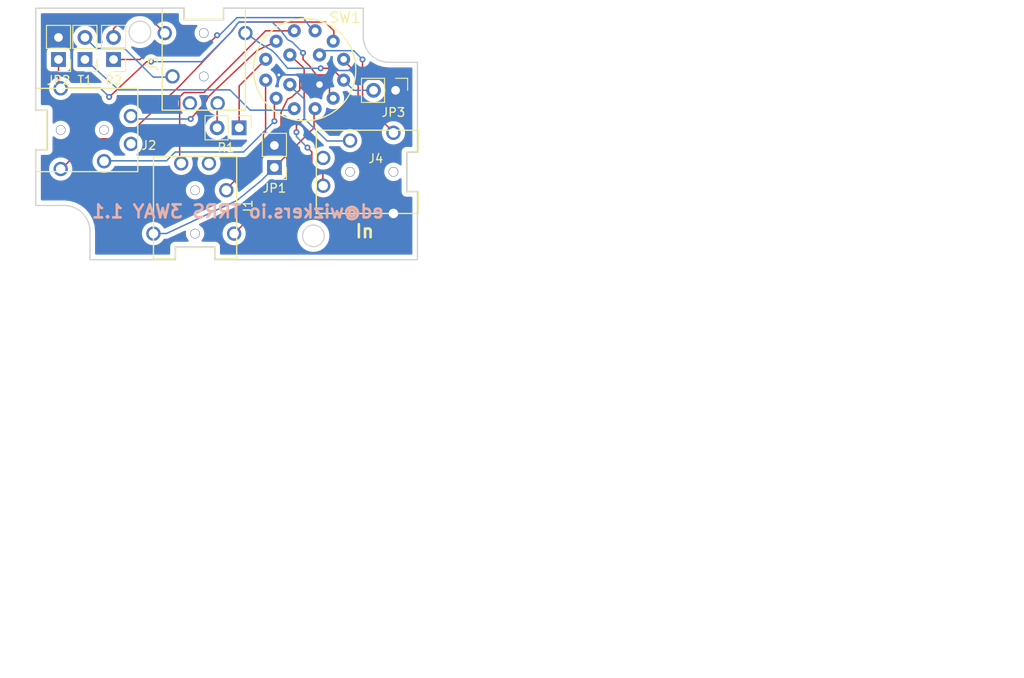
<source format=kicad_pcb>
(kicad_pcb (version 20171130) (host pcbnew "(5.1.7-0-10_14)")

  (general
    (thickness 1.6)
    (drawings 33)
    (tracks 218)
    (zones 0)
    (modules 11)
    (nets 24)
  )

  (page A4)
  (layers
    (0 F.Cu signal)
    (31 B.Cu signal)
    (32 B.Adhes user)
    (33 F.Adhes user)
    (34 B.Paste user)
    (35 F.Paste user)
    (36 B.SilkS user)
    (37 F.SilkS user)
    (38 B.Mask user)
    (39 F.Mask user)
    (40 Dwgs.User user)
    (41 Cmts.User user)
    (42 Eco1.User user)
    (43 Eco2.User user)
    (44 Edge.Cuts user)
    (45 Margin user)
    (46 B.CrtYd user)
    (47 F.CrtYd user)
    (48 B.Fab user)
    (49 F.Fab user)
  )

  (setup
    (last_trace_width 0.1651)
    (trace_clearance 0.1524)
    (zone_clearance 0.508)
    (zone_45_only yes)
    (trace_min 0.1524)
    (via_size 0.6858)
    (via_drill 0.3302)
    (via_min_size 0.6858)
    (via_min_drill 0.3302)
    (uvia_size 0.762)
    (uvia_drill 0.0508)
    (uvias_allowed no)
    (uvia_min_size 0)
    (uvia_min_drill 0)
    (edge_width 0.15)
    (segment_width 0.2)
    (pcb_text_width 0.3)
    (pcb_text_size 1.5 1.5)
    (mod_edge_width 0.15)
    (mod_text_size 1 1)
    (mod_text_width 0.15)
    (pad_size 1.524 1.524)
    (pad_drill 0.762)
    (pad_to_mask_clearance 0.2)
    (solder_mask_min_width 0.25)
    (aux_axis_origin 0 0)
    (visible_elements FFFCEF7F)
    (pcbplotparams
      (layerselection 0x00030_80000001)
      (usegerberextensions false)
      (usegerberattributes false)
      (usegerberadvancedattributes false)
      (creategerberjobfile false)
      (excludeedgelayer true)
      (linewidth 0.100000)
      (plotframeref false)
      (viasonmask false)
      (mode 1)
      (useauxorigin false)
      (hpglpennumber 1)
      (hpglpenspeed 20)
      (hpglpendiameter 15.000000)
      (psnegative false)
      (psa4output false)
      (plotreference true)
      (plotvalue true)
      (plotinvisibletext false)
      (padsonsilk false)
      (subtractmaskfromsilk false)
      (outputformat 1)
      (mirror false)
      (drillshape 1)
      (scaleselection 1)
      (outputdirectory ""))
  )

  (net 0 "")
  (net 1 "Net-(J1-Pad1)")
  (net 2 "Net-(J1-Pad4)")
  (net 3 "Net-(J1-Pad3)")
  (net 4 "Net-(J1-Pad5)")
  (net 5 "Net-(J1-Pad2)")
  (net 6 "Net-(J2-Pad1)")
  (net 7 "Net-(J2-Pad4)")
  (net 8 "Net-(J2-Pad3)")
  (net 9 "Net-(J2-Pad5)")
  (net 10 "Net-(J2-Pad2)")
  (net 11 "Net-(J3-Pad1)")
  (net 12 "Net-(J3-Pad4)")
  (net 13 "Net-(J3-Pad3)")
  (net 14 "Net-(J3-Pad5)")
  (net 15 "Net-(J3-Pad2)")
  (net 16 "Net-(J4-Pad4)")
  (net 17 "Net-(J4-Pad3)")
  (net 18 "Net-(J4-Pad5)")
  (net 19 "Net-(J4-Pad2)")
  (net 20 GNDREF)
  (net 21 "Net-(R1-Pad1)")
  (net 22 "Net-(R2-Pad1)")
  (net 23 "Net-(SW1-Pad4)")

  (net_class Default "This is the default net class."
    (clearance 0.1524)
    (trace_width 0.1651)
    (via_dia 0.6858)
    (via_drill 0.3302)
    (uvia_dia 0.762)
    (uvia_drill 0.0508)
    (add_net GNDREF)
    (add_net "Net-(J1-Pad1)")
    (add_net "Net-(J1-Pad2)")
    (add_net "Net-(J1-Pad3)")
    (add_net "Net-(J1-Pad4)")
    (add_net "Net-(J1-Pad5)")
    (add_net "Net-(J2-Pad1)")
    (add_net "Net-(J2-Pad2)")
    (add_net "Net-(J2-Pad3)")
    (add_net "Net-(J2-Pad4)")
    (add_net "Net-(J2-Pad5)")
    (add_net "Net-(J3-Pad1)")
    (add_net "Net-(J3-Pad2)")
    (add_net "Net-(J3-Pad3)")
    (add_net "Net-(J3-Pad4)")
    (add_net "Net-(J3-Pad5)")
    (add_net "Net-(J4-Pad2)")
    (add_net "Net-(J4-Pad3)")
    (add_net "Net-(J4-Pad4)")
    (add_net "Net-(J4-Pad5)")
    (add_net "Net-(R1-Pad1)")
    (add_net "Net-(R2-Pad1)")
    (add_net "Net-(SW1-Pad4)")
  )

  (module Wizkers:SJ-4351X (layer F.Cu) (tedit 58EAF592) (tstamp 58E99048)
    (at 102.87 114.046)
    (path /58E97735)
    (fp_text reference J2 (at 10.16 1.778) (layer F.SilkS)
      (effects (font (size 1 1) (thickness 0.15)))
    )
    (fp_text value JACK_TRRS_4PINS (at 3.81 8.89) (layer F.Fab)
      (effects (font (size 1 1) (thickness 0.15)))
    )
    (fp_line (start -2.9 2.25) (end -2.9 4.8) (layer F.SilkS) (width 0.15))
    (fp_line (start -1.6 2.25) (end -2.9 2.25) (layer F.SilkS) (width 0.15))
    (fp_line (start -1.6 -2.25) (end -2.9 -2.25) (layer F.SilkS) (width 0.15))
    (fp_line (start -2.9 -2.25) (end -2.9 -4.8) (layer F.SilkS) (width 0.15))
    (fp_line (start -1.6 2.25) (end -1.6 -2.25) (layer F.SilkS) (width 0.15))
    (fp_line (start 8.89 4.8) (end -2.9 4.8) (layer F.SilkS) (width 0.15))
    (fp_line (start 8.89 -4.8) (end 8.89 4.8) (layer F.SilkS) (width 0.15))
    (fp_line (start -2.9 -4.8) (end 8.89 -4.8) (layer F.SilkS) (width 0.15))
    (pad 2 thru_hole circle (at 5 3.6) (size 1.65 1.65) (drill 1.1) (layers *.Cu *.Mask)
      (net 10 "Net-(J2-Pad2)"))
    (pad 5 thru_hole circle (at 8.1 1.6) (size 1.65 1.65) (drill 1.1) (layers *.Cu *.Mask)
      (net 9 "Net-(J2-Pad5)"))
    (pad 3 thru_hole circle (at 8.1 -1.6) (size 1.65 1.65) (drill 1.1) (layers *.Cu *.Mask)
      (net 8 "Net-(J2-Pad3)"))
    (pad "" np_thru_hole circle (at 5 0) (size 1.1 1.1) (drill 1) (layers *.Cu *.Mask))
    (pad 4 thru_hole circle (at 0 4.5) (size 1.65 1.65) (drill 1.1) (layers *.Cu *.Mask)
      (net 7 "Net-(J2-Pad4)"))
    (pad 1 thru_hole circle (at 0 -4.8) (size 1.65 1.65) (drill 1.1) (layers *.Cu *.Mask)
      (net 6 "Net-(J2-Pad1)"))
    (pad "" np_thru_hole circle (at 0 0) (size 1.1 1.1) (drill 1) (layers *.Cu *.Mask))
    (model /Users/lafargue/Documents/Electronics/KiCAD/3dmodels/sj-43515ts.wrl
      (offset (xyz 1.599999975970411 -0.1999999969963014 1.799999972966712))
      (scale (xyz 2.75 2.75 2.75))
      (rotate (xyz -90 0 180))
    )
  )

  (module Wizkers:SJ-4351X (layer F.Cu) (tedit 58EAF592) (tstamp 58E9905B)
    (at 119.364 102.87 270)
    (path /58E976A8)
    (fp_text reference J3 (at 3.556 5.826 270) (layer F.SilkS)
      (effects (font (size 1 1) (thickness 0.15)))
    )
    (fp_text value JACK_TRRS_4PINS (at 3.81 8.89 270) (layer F.Fab)
      (effects (font (size 1 1) (thickness 0.15)))
    )
    (fp_line (start -2.9 2.25) (end -2.9 4.8) (layer F.SilkS) (width 0.15))
    (fp_line (start -1.6 2.25) (end -2.9 2.25) (layer F.SilkS) (width 0.15))
    (fp_line (start -1.6 -2.25) (end -2.9 -2.25) (layer F.SilkS) (width 0.15))
    (fp_line (start -2.9 -2.25) (end -2.9 -4.8) (layer F.SilkS) (width 0.15))
    (fp_line (start -1.6 2.25) (end -1.6 -2.25) (layer F.SilkS) (width 0.15))
    (fp_line (start 8.89 4.8) (end -2.9 4.8) (layer F.SilkS) (width 0.15))
    (fp_line (start 8.89 -4.8) (end 8.89 4.8) (layer F.SilkS) (width 0.15))
    (fp_line (start -2.9 -4.8) (end 8.89 -4.8) (layer F.SilkS) (width 0.15))
    (pad 2 thru_hole circle (at 5 3.6 270) (size 1.65 1.65) (drill 1.1) (layers *.Cu *.Mask)
      (net 15 "Net-(J3-Pad2)"))
    (pad 5 thru_hole circle (at 8.1 1.6 270) (size 1.65 1.65) (drill 1.1) (layers *.Cu *.Mask)
      (net 14 "Net-(J3-Pad5)"))
    (pad 3 thru_hole circle (at 8.1 -1.6 270) (size 1.65 1.65) (drill 1.1) (layers *.Cu *.Mask)
      (net 13 "Net-(J3-Pad3)"))
    (pad "" np_thru_hole circle (at 5 0 270) (size 1.1 1.1) (drill 1) (layers *.Cu *.Mask))
    (pad 4 thru_hole circle (at 0 4.5 270) (size 1.65 1.65) (drill 1.1) (layers *.Cu *.Mask)
      (net 12 "Net-(J3-Pad4)"))
    (pad 1 thru_hole circle (at 0 -4.8 270) (size 1.65 1.65) (drill 1.1) (layers *.Cu *.Mask)
      (net 11 "Net-(J3-Pad1)"))
    (pad "" np_thru_hole circle (at 0 0 270) (size 1.1 1.1) (drill 1) (layers *.Cu *.Mask))
    (model /Users/lafargue/Documents/Electronics/KiCAD/3dmodels/sj-43515ts.wrl
      (offset (xyz 1.599999975970411 -0.1999999969963014 1.799999972966712))
      (scale (xyz 2.75 2.75 2.75))
      (rotate (xyz -90 0 180))
    )
  )

  (module Wizkers:SJ-4351X (layer F.Cu) (tedit 58EAF592) (tstamp 58E9906E)
    (at 141.232 118.872 180)
    (path /58E977A0)
    (fp_text reference J4 (at 2.032 1.524 180) (layer F.SilkS)
      (effects (font (size 1 1) (thickness 0.15)))
    )
    (fp_text value JACK_TRRS_4PINS (at 3.81 8.89 180) (layer F.Fab)
      (effects (font (size 1 1) (thickness 0.15)))
    )
    (fp_line (start -2.9 2.25) (end -2.9 4.8) (layer F.SilkS) (width 0.15))
    (fp_line (start -1.6 2.25) (end -2.9 2.25) (layer F.SilkS) (width 0.15))
    (fp_line (start -1.6 -2.25) (end -2.9 -2.25) (layer F.SilkS) (width 0.15))
    (fp_line (start -2.9 -2.25) (end -2.9 -4.8) (layer F.SilkS) (width 0.15))
    (fp_line (start -1.6 2.25) (end -1.6 -2.25) (layer F.SilkS) (width 0.15))
    (fp_line (start 8.89 4.8) (end -2.9 4.8) (layer F.SilkS) (width 0.15))
    (fp_line (start 8.89 -4.8) (end 8.89 4.8) (layer F.SilkS) (width 0.15))
    (fp_line (start -2.9 -4.8) (end 8.89 -4.8) (layer F.SilkS) (width 0.15))
    (pad 2 thru_hole circle (at 5 3.6 180) (size 1.65 1.65) (drill 1.1) (layers *.Cu *.Mask)
      (net 19 "Net-(J4-Pad2)"))
    (pad 5 thru_hole circle (at 8.1 1.6 180) (size 1.65 1.65) (drill 1.1) (layers *.Cu *.Mask)
      (net 18 "Net-(J4-Pad5)"))
    (pad 3 thru_hole circle (at 8.1 -1.6 180) (size 1.65 1.65) (drill 1.1) (layers *.Cu *.Mask)
      (net 17 "Net-(J4-Pad3)"))
    (pad "" np_thru_hole circle (at 5 0 180) (size 1.1 1.1) (drill 1) (layers *.Cu *.Mask))
    (pad 4 thru_hole circle (at 0 4.5 180) (size 1.65 1.65) (drill 1.1) (layers *.Cu *.Mask)
      (net 16 "Net-(J4-Pad4)"))
    (pad 1 thru_hole circle (at 0 -4.8 180) (size 1.65 1.65) (drill 1.1) (layers *.Cu *.Mask)
      (net 20 GNDREF))
    (pad "" np_thru_hole circle (at 0 0 180) (size 1.1 1.1) (drill 1) (layers *.Cu *.Mask))
    (model /Users/lafargue/Documents/Electronics/KiCAD/3dmodels/sj-43515ts.wrl
      (offset (xyz 1.599999975970411 -0.1999999969963014 1.799999972966712))
      (scale (xyz 2.75 2.75 2.75))
      (rotate (xyz -90 0 180))
    )
  )

  (module Wizkers:SJ-4351X (layer F.Cu) (tedit 58EAF592) (tstamp 58E99035)
    (at 118.364 125.992 90)
    (path /58E97764)
    (fp_text reference J1 (at 3.056 6.096 90) (layer F.SilkS)
      (effects (font (size 1 1) (thickness 0.15)))
    )
    (fp_text value JACK_TRRS_4PINS (at 3.81 8.89 90) (layer F.Fab)
      (effects (font (size 1 1) (thickness 0.15)))
    )
    (fp_line (start -2.9 2.25) (end -2.9 4.8) (layer F.SilkS) (width 0.15))
    (fp_line (start -1.6 2.25) (end -2.9 2.25) (layer F.SilkS) (width 0.15))
    (fp_line (start -1.6 -2.25) (end -2.9 -2.25) (layer F.SilkS) (width 0.15))
    (fp_line (start -2.9 -2.25) (end -2.9 -4.8) (layer F.SilkS) (width 0.15))
    (fp_line (start -1.6 2.25) (end -1.6 -2.25) (layer F.SilkS) (width 0.15))
    (fp_line (start 8.89 4.8) (end -2.9 4.8) (layer F.SilkS) (width 0.15))
    (fp_line (start 8.89 -4.8) (end 8.89 4.8) (layer F.SilkS) (width 0.15))
    (fp_line (start -2.9 -4.8) (end 8.89 -4.8) (layer F.SilkS) (width 0.15))
    (pad 2 thru_hole circle (at 5 3.6 90) (size 1.65 1.65) (drill 1.1) (layers *.Cu *.Mask)
      (net 5 "Net-(J1-Pad2)"))
    (pad 5 thru_hole circle (at 8.1 1.6 90) (size 1.65 1.65) (drill 1.1) (layers *.Cu *.Mask)
      (net 4 "Net-(J1-Pad5)"))
    (pad 3 thru_hole circle (at 8.1 -1.6 90) (size 1.65 1.65) (drill 1.1) (layers *.Cu *.Mask)
      (net 3 "Net-(J1-Pad3)"))
    (pad "" np_thru_hole circle (at 5 0 90) (size 1.1 1.1) (drill 1) (layers *.Cu *.Mask))
    (pad 4 thru_hole circle (at 0 4.5 90) (size 1.65 1.65) (drill 1.1) (layers *.Cu *.Mask)
      (net 2 "Net-(J1-Pad4)"))
    (pad 1 thru_hole circle (at 0 -4.8 90) (size 1.65 1.65) (drill 1.1) (layers *.Cu *.Mask)
      (net 1 "Net-(J1-Pad1)"))
    (pad "" np_thru_hole circle (at 0 0 90) (size 1.1 1.1) (drill 1) (layers *.Cu *.Mask))
    (model /Users/lafargue/Documents/Electronics/KiCAD/3dmodels/sj-43515ts.wrl
      (offset (xyz 1.599999975970411 -0.1999999969963014 1.799999972966712))
      (scale (xyz 2.75 2.75 2.75))
      (rotate (xyz -90 0 180))
    )
  )

  (module Wizkers:Grayhill_Series56 (layer F.Cu) (tedit 58EA8913) (tstamp 58E9AE6C)
    (at 131 107.1)
    (path /58E98FA7)
    (fp_text reference SW1 (at 4.636 -6.008) (layer F.SilkS)
      (effects (font (size 1.2 1.2) (thickness 0.15)))
    )
    (fp_text value rotary4x3 (at 0 6.72) (layer F.Fab)
      (effects (font (size 1.2 1.2) (thickness 0.15)))
    )
    (fp_circle (center 0 0) (end 0 5.895) (layer F.SilkS) (width 0.15))
    (pad C3 thru_hole circle (at -1.70766 -1.70766) (size 1.524 1.524) (drill 0.762) (layers *.Cu *.Mask)
      (net 17 "Net-(J4-Pad3)"))
    (pad C2 thru_hole circle (at -1.70766 1.70766) (size 1.524 1.524) (drill 0.762) (layers *.Cu *.Mask)
      (net 19 "Net-(J4-Pad2)"))
    (pad C1 thru_hole circle (at 1.70766 1.70766) (size 1.524 1.524) (drill 0.762) (layers *.Cu *.Mask)
      (net 20 GNDREF))
    (pad C4 thru_hole circle (at 1.70766 -1.70766) (size 1.524 1.524) (drill 0.762) (layers *.Cu *.Mask)
      (net 16 "Net-(J4-Pad4)"))
    (pad 12 thru_hole oval (at 4.49155 -1.2035) (size 1.5 1.5) (drill 0.762) (layers *.Cu *.Mask)
      (net 2 "Net-(J1-Pad4)"))
    (pad 11 thru_hole oval (at 3.288 -3.288) (size 1.5 1.5) (drill 0.762) (layers *.Cu *.Mask)
      (net 7 "Net-(J2-Pad4)"))
    (pad 10 thru_hole oval (at 1.2035 -4.49155) (size 1.5 1.5) (drill 0.762) (layers *.Cu *.Mask)
      (net 22 "Net-(R2-Pad1)"))
    (pad 9 thru_hole oval (at -1.2035 -4.49155) (size 1.5 1.5) (drill 0.762) (layers *.Cu *.Mask)
      (net 3 "Net-(J1-Pad3)"))
    (pad 8 thru_hole oval (at -3.288 -3.288) (size 1.5 1.5) (drill 0.762) (layers *.Cu *.Mask)
      (net 8 "Net-(J2-Pad3)"))
    (pad 7 thru_hole oval (at -4.49155 -1.2035) (size 1.5 1.5) (drill 0.762) (layers *.Cu *.Mask)
      (net 21 "Net-(R1-Pad1)"))
    (pad 6 thru_hole oval (at -4.49155 1.2035) (size 1.5 1.5) (drill 0.762) (layers *.Cu *.Mask)
      (net 5 "Net-(J1-Pad2)"))
    (pad 5 thru_hole oval (at -3.288 3.288) (size 1.5 1.5) (drill 0.762) (layers *.Cu *.Mask)
      (net 10 "Net-(J2-Pad2)"))
    (pad 4 thru_hole oval (at -1.2035 4.49155) (size 1.5 1.5) (drill 0.762) (layers *.Cu *.Mask)
      (net 23 "Net-(SW1-Pad4)"))
    (pad 3 thru_hole oval (at 1.2035 4.49155) (size 1.5 1.5) (drill 0.762) (layers *.Cu *.Mask)
      (net 1 "Net-(J1-Pad1)"))
    (pad 2 thru_hole oval (at 3.288 3.288) (size 1.5 1.5) (drill 0.762) (layers *.Cu *.Mask)
      (net 6 "Net-(J2-Pad1)"))
    (pad 1 thru_hole oval (at 4.49155 1.2035) (size 1.5 1.5) (drill 0.762) (layers *.Cu *.Mask)
      (net 11 "Net-(J3-Pad1)"))
    (model ${KIPRJMOD}/BoM/56s30-01-1-xxx.stp
      (offset (xyz 0 -4.599999930914931 7.499999887361301))
      (scale (xyz 1 1 1))
      (rotate (xyz 180 0 0))
    )
  )

  (module Pin_Headers:Pin_Header_Straight_1x02_Pitch2.54mm (layer F.Cu) (tedit 5862ED52) (tstamp 58E99080)
    (at 141.478 109.474 270)
    (descr "Through hole straight pin header, 1x02, 2.54mm pitch, single row")
    (tags "Through hole pin header THT 1x02 2.54mm single row")
    (path /58E98871)
    (fp_text reference JP3 (at 2.54 0.254) (layer F.SilkS)
      (effects (font (size 1 1) (thickness 0.15)))
    )
    (fp_text value Jumper_NO_Small (at 0 4.93 270) (layer F.Fab)
      (effects (font (size 1 1) (thickness 0.15)))
    )
    (fp_line (start -1.27 -1.27) (end -1.27 3.81) (layer F.Fab) (width 0.1))
    (fp_line (start -1.27 3.81) (end 1.27 3.81) (layer F.Fab) (width 0.1))
    (fp_line (start 1.27 3.81) (end 1.27 -1.27) (layer F.Fab) (width 0.1))
    (fp_line (start 1.27 -1.27) (end -1.27 -1.27) (layer F.Fab) (width 0.1))
    (fp_line (start -1.39 1.27) (end -1.39 3.93) (layer F.SilkS) (width 0.12))
    (fp_line (start -1.39 3.93) (end 1.39 3.93) (layer F.SilkS) (width 0.12))
    (fp_line (start 1.39 3.93) (end 1.39 1.27) (layer F.SilkS) (width 0.12))
    (fp_line (start 1.39 1.27) (end -1.39 1.27) (layer F.SilkS) (width 0.12))
    (fp_line (start -1.39 0) (end -1.39 -1.39) (layer F.SilkS) (width 0.12))
    (fp_line (start -1.39 -1.39) (end 0 -1.39) (layer F.SilkS) (width 0.12))
    (fp_line (start -1.6 -1.6) (end -1.6 4.1) (layer F.CrtYd) (width 0.05))
    (fp_line (start -1.6 4.1) (end 1.6 4.1) (layer F.CrtYd) (width 0.05))
    (fp_line (start 1.6 4.1) (end 1.6 -1.6) (layer F.CrtYd) (width 0.05))
    (fp_line (start 1.6 -1.6) (end -1.6 -1.6) (layer F.CrtYd) (width 0.05))
    (pad 2 thru_hole oval (at 0 2.54 270) (size 1.7 1.7) (drill 1) (layers *.Cu *.Mask)
      (net 11 "Net-(J3-Pad1)"))
    (pad 1 thru_hole rect (at 0 0 270) (size 1.7 1.7) (drill 1) (layers *.Cu *.Mask)
      (net 20 GNDREF))
    (model Pin_Headers.3dshapes/Pin_Header_Straight_1x02_Pitch2.54mm.wrl
      (offset (xyz 0 -1.269999980926514 0))
      (scale (xyz 1 1 1))
      (rotate (xyz 0 0 90))
    )
  )

  (module Pin_Headers:Pin_Header_Straight_1x02_Pitch2.54mm (layer F.Cu) (tedit 5862ED52) (tstamp 58E99074)
    (at 127.508 118.364 180)
    (descr "Through hole straight pin header, 1x02, 2.54mm pitch, single row")
    (tags "Through hole pin header THT 1x02 2.54mm single row")
    (path /58E98ABF)
    (fp_text reference JP1 (at 0 -2.39 180) (layer F.SilkS)
      (effects (font (size 1 1) (thickness 0.15)))
    )
    (fp_text value Jumper_NO_Small (at 0 4.93 180) (layer F.Fab)
      (effects (font (size 1 1) (thickness 0.15)))
    )
    (fp_line (start -1.27 -1.27) (end -1.27 3.81) (layer F.Fab) (width 0.1))
    (fp_line (start -1.27 3.81) (end 1.27 3.81) (layer F.Fab) (width 0.1))
    (fp_line (start 1.27 3.81) (end 1.27 -1.27) (layer F.Fab) (width 0.1))
    (fp_line (start 1.27 -1.27) (end -1.27 -1.27) (layer F.Fab) (width 0.1))
    (fp_line (start -1.39 1.27) (end -1.39 3.93) (layer F.SilkS) (width 0.12))
    (fp_line (start -1.39 3.93) (end 1.39 3.93) (layer F.SilkS) (width 0.12))
    (fp_line (start 1.39 3.93) (end 1.39 1.27) (layer F.SilkS) (width 0.12))
    (fp_line (start 1.39 1.27) (end -1.39 1.27) (layer F.SilkS) (width 0.12))
    (fp_line (start -1.39 0) (end -1.39 -1.39) (layer F.SilkS) (width 0.12))
    (fp_line (start -1.39 -1.39) (end 0 -1.39) (layer F.SilkS) (width 0.12))
    (fp_line (start -1.6 -1.6) (end -1.6 4.1) (layer F.CrtYd) (width 0.05))
    (fp_line (start -1.6 4.1) (end 1.6 4.1) (layer F.CrtYd) (width 0.05))
    (fp_line (start 1.6 4.1) (end 1.6 -1.6) (layer F.CrtYd) (width 0.05))
    (fp_line (start 1.6 -1.6) (end -1.6 -1.6) (layer F.CrtYd) (width 0.05))
    (pad 2 thru_hole oval (at 0 2.54 180) (size 1.7 1.7) (drill 1) (layers *.Cu *.Mask)
      (net 20 GNDREF))
    (pad 1 thru_hole rect (at 0 0 180) (size 1.7 1.7) (drill 1) (layers *.Cu *.Mask)
      (net 1 "Net-(J1-Pad1)"))
    (model Pin_Headers.3dshapes/Pin_Header_Straight_1x02_Pitch2.54mm.wrl
      (offset (xyz 0 -1.269999980926514 0))
      (scale (xyz 1 1 1))
      (rotate (xyz 0 0 90))
    )
  )

  (module Pin_Headers:Pin_Header_Straight_1x02_Pitch2.54mm (layer F.Cu) (tedit 5862ED52) (tstamp 58E9907A)
    (at 102.616 105.918 180)
    (descr "Through hole straight pin header, 1x02, 2.54mm pitch, single row")
    (tags "Through hole pin header THT 1x02 2.54mm single row")
    (path /58E98A91)
    (fp_text reference JP2 (at 0 -2.39 180) (layer F.SilkS)
      (effects (font (size 1 1) (thickness 0.15)))
    )
    (fp_text value Jumper_NO_Small (at 0 4.93 180) (layer F.Fab)
      (effects (font (size 1 1) (thickness 0.15)))
    )
    (fp_line (start -1.27 -1.27) (end -1.27 3.81) (layer F.Fab) (width 0.1))
    (fp_line (start -1.27 3.81) (end 1.27 3.81) (layer F.Fab) (width 0.1))
    (fp_line (start 1.27 3.81) (end 1.27 -1.27) (layer F.Fab) (width 0.1))
    (fp_line (start 1.27 -1.27) (end -1.27 -1.27) (layer F.Fab) (width 0.1))
    (fp_line (start -1.39 1.27) (end -1.39 3.93) (layer F.SilkS) (width 0.12))
    (fp_line (start -1.39 3.93) (end 1.39 3.93) (layer F.SilkS) (width 0.12))
    (fp_line (start 1.39 3.93) (end 1.39 1.27) (layer F.SilkS) (width 0.12))
    (fp_line (start 1.39 1.27) (end -1.39 1.27) (layer F.SilkS) (width 0.12))
    (fp_line (start -1.39 0) (end -1.39 -1.39) (layer F.SilkS) (width 0.12))
    (fp_line (start -1.39 -1.39) (end 0 -1.39) (layer F.SilkS) (width 0.12))
    (fp_line (start -1.6 -1.6) (end -1.6 4.1) (layer F.CrtYd) (width 0.05))
    (fp_line (start -1.6 4.1) (end 1.6 4.1) (layer F.CrtYd) (width 0.05))
    (fp_line (start 1.6 4.1) (end 1.6 -1.6) (layer F.CrtYd) (width 0.05))
    (fp_line (start 1.6 -1.6) (end -1.6 -1.6) (layer F.CrtYd) (width 0.05))
    (pad 2 thru_hole oval (at 0 2.54 180) (size 1.7 1.7) (drill 1) (layers *.Cu *.Mask)
      (net 20 GNDREF))
    (pad 1 thru_hole rect (at 0 0 180) (size 1.7 1.7) (drill 1) (layers *.Cu *.Mask)
      (net 6 "Net-(J2-Pad1)"))
    (model Pin_Headers.3dshapes/Pin_Header_Straight_1x02_Pitch2.54mm.wrl
      (offset (xyz 0 -1.269999980926514 0))
      (scale (xyz 1 1 1))
      (rotate (xyz 0 0 90))
    )
  )

  (module Pin_Headers:Pin_Header_Straight_1x02_Pitch2.54mm (layer F.Cu) (tedit 5862ED52) (tstamp 58EA7B7A)
    (at 105.664 105.918 180)
    (descr "Through hole straight pin header, 1x02, 2.54mm pitch, single row")
    (tags "Through hole pin header THT 1x02 2.54mm single row")
    (path /58EA71E2)
    (fp_text reference T1 (at 0 -2.39 180) (layer F.SilkS)
      (effects (font (size 1 1) (thickness 0.15)))
    )
    (fp_text value Jumper_NO_Small (at 0 4.93 180) (layer F.Fab)
      (effects (font (size 1 1) (thickness 0.15)))
    )
    (fp_line (start -1.27 -1.27) (end -1.27 3.81) (layer F.Fab) (width 0.1))
    (fp_line (start -1.27 3.81) (end 1.27 3.81) (layer F.Fab) (width 0.1))
    (fp_line (start 1.27 3.81) (end 1.27 -1.27) (layer F.Fab) (width 0.1))
    (fp_line (start 1.27 -1.27) (end -1.27 -1.27) (layer F.Fab) (width 0.1))
    (fp_line (start -1.39 1.27) (end -1.39 3.93) (layer F.SilkS) (width 0.12))
    (fp_line (start -1.39 3.93) (end 1.39 3.93) (layer F.SilkS) (width 0.12))
    (fp_line (start 1.39 3.93) (end 1.39 1.27) (layer F.SilkS) (width 0.12))
    (fp_line (start 1.39 1.27) (end -1.39 1.27) (layer F.SilkS) (width 0.12))
    (fp_line (start -1.39 0) (end -1.39 -1.39) (layer F.SilkS) (width 0.12))
    (fp_line (start -1.39 -1.39) (end 0 -1.39) (layer F.SilkS) (width 0.12))
    (fp_line (start -1.6 -1.6) (end -1.6 4.1) (layer F.CrtYd) (width 0.05))
    (fp_line (start -1.6 4.1) (end 1.6 4.1) (layer F.CrtYd) (width 0.05))
    (fp_line (start 1.6 4.1) (end 1.6 -1.6) (layer F.CrtYd) (width 0.05))
    (fp_line (start 1.6 -1.6) (end -1.6 -1.6) (layer F.CrtYd) (width 0.05))
    (pad 2 thru_hole oval (at 0 2.54 180) (size 1.7 1.7) (drill 1) (layers *.Cu *.Mask)
      (net 15 "Net-(J3-Pad2)"))
    (pad 1 thru_hole rect (at 0 0 180) (size 1.7 1.7) (drill 1) (layers *.Cu *.Mask)
      (net 23 "Net-(SW1-Pad4)"))
    (model Pin_Headers.3dshapes/Pin_Header_Straight_1x02_Pitch2.54mm.wrl
      (offset (xyz 0 -1.269999980926514 0))
      (scale (xyz 1 1 1))
      (rotate (xyz 0 0 90))
    )
  )

  (module Pin_Headers:Pin_Header_Straight_1x02_Pitch2.54mm (layer F.Cu) (tedit 5862ED52) (tstamp 58EA7B8E)
    (at 123.444 113.792 270)
    (descr "Through hole straight pin header, 1x02, 2.54mm pitch, single row")
    (tags "Through hole pin header THT 1x02 2.54mm single row")
    (path /58EA712C)
    (fp_text reference R1 (at 2.286 1.524) (layer F.SilkS)
      (effects (font (size 1 1) (thickness 0.15)))
    )
    (fp_text value Jumper_NO_Small (at 0 4.93 270) (layer F.Fab)
      (effects (font (size 1 1) (thickness 0.15)))
    )
    (fp_line (start -1.27 -1.27) (end -1.27 3.81) (layer F.Fab) (width 0.1))
    (fp_line (start -1.27 3.81) (end 1.27 3.81) (layer F.Fab) (width 0.1))
    (fp_line (start 1.27 3.81) (end 1.27 -1.27) (layer F.Fab) (width 0.1))
    (fp_line (start 1.27 -1.27) (end -1.27 -1.27) (layer F.Fab) (width 0.1))
    (fp_line (start -1.39 1.27) (end -1.39 3.93) (layer F.SilkS) (width 0.12))
    (fp_line (start -1.39 3.93) (end 1.39 3.93) (layer F.SilkS) (width 0.12))
    (fp_line (start 1.39 3.93) (end 1.39 1.27) (layer F.SilkS) (width 0.12))
    (fp_line (start 1.39 1.27) (end -1.39 1.27) (layer F.SilkS) (width 0.12))
    (fp_line (start -1.39 0) (end -1.39 -1.39) (layer F.SilkS) (width 0.12))
    (fp_line (start -1.39 -1.39) (end 0 -1.39) (layer F.SilkS) (width 0.12))
    (fp_line (start -1.6 -1.6) (end -1.6 4.1) (layer F.CrtYd) (width 0.05))
    (fp_line (start -1.6 4.1) (end 1.6 4.1) (layer F.CrtYd) (width 0.05))
    (fp_line (start 1.6 4.1) (end 1.6 -1.6) (layer F.CrtYd) (width 0.05))
    (fp_line (start 1.6 -1.6) (end -1.6 -1.6) (layer F.CrtYd) (width 0.05))
    (pad 2 thru_hole oval (at 0 2.54 270) (size 1.7 1.7) (drill 1) (layers *.Cu *.Mask)
      (net 13 "Net-(J3-Pad3)"))
    (pad 1 thru_hole rect (at 0 0 270) (size 1.7 1.7) (drill 1) (layers *.Cu *.Mask)
      (net 21 "Net-(R1-Pad1)"))
    (model Pin_Headers.3dshapes/Pin_Header_Straight_1x02_Pitch2.54mm.wrl
      (offset (xyz 0 -1.269999980926514 0))
      (scale (xyz 1 1 1))
      (rotate (xyz 0 0 90))
    )
  )

  (module Pin_Headers:Pin_Header_Straight_1x02_Pitch2.54mm (layer F.Cu) (tedit 5862ED52) (tstamp 58EA7BA2)
    (at 108.966 105.918 180)
    (descr "Through hole straight pin header, 1x02, 2.54mm pitch, single row")
    (tags "Through hole pin header THT 1x02 2.54mm single row")
    (path /58EA6DF7)
    (fp_text reference R2 (at 0 -2.39 180) (layer F.SilkS)
      (effects (font (size 1 1) (thickness 0.15)))
    )
    (fp_text value Jumper_NO_Small (at 0 4.93 180) (layer F.Fab)
      (effects (font (size 1 1) (thickness 0.15)))
    )
    (fp_line (start -1.27 -1.27) (end -1.27 3.81) (layer F.Fab) (width 0.1))
    (fp_line (start -1.27 3.81) (end 1.27 3.81) (layer F.Fab) (width 0.1))
    (fp_line (start 1.27 3.81) (end 1.27 -1.27) (layer F.Fab) (width 0.1))
    (fp_line (start 1.27 -1.27) (end -1.27 -1.27) (layer F.Fab) (width 0.1))
    (fp_line (start -1.39 1.27) (end -1.39 3.93) (layer F.SilkS) (width 0.12))
    (fp_line (start -1.39 3.93) (end 1.39 3.93) (layer F.SilkS) (width 0.12))
    (fp_line (start 1.39 3.93) (end 1.39 1.27) (layer F.SilkS) (width 0.12))
    (fp_line (start 1.39 1.27) (end -1.39 1.27) (layer F.SilkS) (width 0.12))
    (fp_line (start -1.39 0) (end -1.39 -1.39) (layer F.SilkS) (width 0.12))
    (fp_line (start -1.39 -1.39) (end 0 -1.39) (layer F.SilkS) (width 0.12))
    (fp_line (start -1.6 -1.6) (end -1.6 4.1) (layer F.CrtYd) (width 0.05))
    (fp_line (start -1.6 4.1) (end 1.6 4.1) (layer F.CrtYd) (width 0.05))
    (fp_line (start 1.6 4.1) (end 1.6 -1.6) (layer F.CrtYd) (width 0.05))
    (fp_line (start 1.6 -1.6) (end -1.6 -1.6) (layer F.CrtYd) (width 0.05))
    (pad 2 thru_hole oval (at 0 2.54 180) (size 1.7 1.7) (drill 1) (layers *.Cu *.Mask)
      (net 12 "Net-(J3-Pad4)"))
    (pad 1 thru_hole rect (at 0 0 180) (size 1.7 1.7) (drill 1) (layers *.Cu *.Mask)
      (net 22 "Net-(R2-Pad1)"))
    (model Pin_Headers.3dshapes/Pin_Header_Straight_1x02_Pitch2.54mm.wrl
      (offset (xyz 0 -1.269999980926514 0))
      (scale (xyz 1 1 1))
      (rotate (xyz 0 0 90))
    )
  )

  (gr_text "3-Way 3.5mm TRRS Switch\nNon-shorting, ground switched\nEd Lafargue 2017\ned@wizkers.io" (at 195.834 172.212) (layer Cmts.User)
    (effects (font (size 1.5 1.5) (thickness 0.3)))
  )
  (gr_text "Box: Hammond 1551G" (at 133.35 133.096) (layer Cmts.User)
    (effects (font (size 1.5 1.5) (thickness 0.3)))
  )
  (gr_text In (at 137.922 125.73) (layer F.SilkS)
    (effects (font (size 1.5 1.5) (thickness 0.3)))
  )
  (gr_line (start 120.65 129) (end 144 129) (angle 90) (layer Edge.Cuts) (width 0.15))
  (gr_line (start 100 116.332) (end 100 122.75) (angle 90) (layer Edge.Cuts) (width 0.15))
  (gr_line (start 100 100) (end 117.078 100) (angle 90) (layer Edge.Cuts) (width 0.15))
  (gr_line (start 144 129) (end 144 121.158) (angle 90) (layer Edge.Cuts) (width 0.15))
  (gr_line (start 144 106.25) (end 144 116.586) (angle 90) (layer Edge.Cuts) (width 0.15))
  (gr_line (start 142.756 116.586) (end 144 116.586) (angle 90) (layer Edge.Cuts) (width 0.15))
  (gr_line (start 142.756 121.158) (end 142.756 116.586) (angle 90) (layer Edge.Cuts) (width 0.15))
  (gr_line (start 144 121.158) (end 142.756 121.158) (angle 90) (layer Edge.Cuts) (width 0.15))
  (gr_line (start 120.65 127.516) (end 120.65 129) (angle 90) (layer Edge.Cuts) (width 0.15))
  (gr_line (start 116.078 127.516) (end 120.65 127.516) (angle 90) (layer Edge.Cuts) (width 0.15))
  (gr_line (start 116.078 129) (end 116.078 127.516) (angle 90) (layer Edge.Cuts) (width 0.15))
  (gr_line (start 101.346 116.332) (end 100 116.332) (angle 90) (layer Edge.Cuts) (width 0.15))
  (gr_line (start 101.346 111.76) (end 101.346 116.332) (angle 90) (layer Edge.Cuts) (width 0.15))
  (gr_line (start 100 111.76) (end 101.346 111.76) (angle 90) (layer Edge.Cuts) (width 0.15))
  (gr_line (start 117.078 101.346) (end 117.078 100) (angle 90) (layer Edge.Cuts) (width 0.15))
  (gr_line (start 121.65 101.346) (end 117.078 101.346) (angle 90) (layer Edge.Cuts) (width 0.15))
  (gr_line (start 121.65 100) (end 121.65 101.346) (angle 90) (layer Edge.Cuts) (width 0.15))
  (gr_text ed@wizkers.io (at 132.334 123.444) (layer B.SilkS)
    (effects (font (size 1.5 1.5) (thickness 0.3)) (justify mirror))
  )
  (gr_text "TRRS 3WAY 1.1\n" (at 115.062 123.444) (layer B.SilkS)
    (effects (font (size 1.5 1.5) (thickness 0.3)) (justify mirror))
  )
  (gr_circle (center 132 126.25) (end 132 127.5) (layer Edge.Cuts) (width 0.15))
  (gr_circle (center 112 102.75) (end 112 101.5) (layer Edge.Cuts) (width 0.15))
  (gr_line (start 106.25 125.75) (end 106.25 129) (angle 90) (layer Edge.Cuts) (width 0.15))
  (gr_line (start 100 122.75) (end 103.25 122.75) (angle 90) (layer Edge.Cuts) (width 0.15))
  (gr_arc (start 103.25 125.75) (end 103.25 122.75) (angle 90) (layer Edge.Cuts) (width 0.15))
  (gr_line (start 100 100) (end 100 111.76) (angle 90) (layer Edge.Cuts) (width 0.15))
  (gr_line (start 116.078 129) (end 106.25 129) (angle 90) (layer Edge.Cuts) (width 0.15))
  (gr_line (start 140.75 106.25) (end 144 106.25) (angle 90) (layer Edge.Cuts) (width 0.15))
  (gr_line (start 137.75 100) (end 137.75 103.25) (angle 90) (layer Edge.Cuts) (width 0.15))
  (gr_arc (start 140.75 103.25) (end 137.75 103.25) (angle -90) (layer Edge.Cuts) (width 0.15))
  (gr_line (start 121.65 100) (end 137.75 100) (angle 90) (layer Edge.Cuts) (width 0.15))

  (segment (start 127.508 118.364) (end 125.984 119.888) (width 0.1651) (layer B.Cu) (net 1) (status 80000))
  (segment (start 125.984 119.888) (end 123.19 122.174) (width 0.1651) (layer B.Cu) (net 1) (status 80000))
  (segment (start 123.19 122.174) (end 115.062 125.984) (width 0.1651) (layer B.Cu) (net 1) (status 80000))
  (segment (start 115.062 125.984) (end 113.538 125.984) (width 0.1651) (layer B.Cu) (net 1) (status 80000))
  (segment (start 113.538 125.984) (end 113.564 125.992) (width 0.1651) (layer B.Cu) (net 1) (tstamp 58E9DD03) (status 80000))
  (segment (start 127.508 118.364) (end 132.08 113.792) (width 0.1651) (layer F.Cu) (net 1) (status 80000))
  (segment (start 132.08 113.792) (end 132.08 111.506) (width 0.1651) (layer F.Cu) (net 1) (status 80000))
  (segment (start 132.08 111.506) (end 132.2035 111.59155) (width 0.1651) (layer F.Cu) (net 1) (tstamp 58E9DCFC) (status 80000))
  (segment (start 135.49155 105.8965) (end 135.49155 106.02755) (width 0.1651) (layer F.Cu) (net 2))
  (segment (start 135.49155 106.02755) (end 137.16 107.696) (width 0.1651) (layer F.Cu) (net 2) (tstamp 58EA86DB))
  (segment (start 125.158 123.698) (end 122.864 125.992) (width 0.1651) (layer F.Cu) (net 2) (tstamp 58EA86F1))
  (segment (start 134.112 123.698) (end 125.158 123.698) (width 0.1651) (layer F.Cu) (net 2) (tstamp 58EA86EE))
  (segment (start 137.922 119.888) (end 134.112 123.698) (width 0.1651) (layer F.Cu) (net 2) (tstamp 58EA86EB))
  (segment (start 137.922 114.3) (end 137.922 119.888) (width 0.1651) (layer F.Cu) (net 2) (tstamp 58EA86E7))
  (segment (start 137.16 113.538) (end 137.922 114.3) (width 0.1651) (layer F.Cu) (net 2) (tstamp 58EA86E5))
  (segment (start 137.16 107.696) (end 137.16 113.538) (width 0.1651) (layer F.Cu) (net 2) (tstamp 58EA86DF))
  (segment (start 122.864 125.992) (end 122.936 125.984) (width 0.1651) (layer B.Cu) (net 2) (status 80000))
  (segment (start 135.382 105.918) (end 135.49155 105.8965) (width 0.1651) (layer F.Cu) (net 2) (tstamp 58EA84C2) (status 80000))
  (segment (start 135.49155 105.8965) (end 135.382 105.918) (width 0.1651) (layer F.Cu) (net 2) (status 80000))
  (segment (start 116.764 117.892) (end 116.84 117.856) (width 0.1651) (layer F.Cu) (net 3) (status 80000))
  (segment (start 116.84 117.856) (end 116.586 117.602) (width 0.1651) (layer F.Cu) (net 3) (status 80000))
  (segment (start 116.586 117.602) (end 116.586 110.236) (width 0.1651) (layer F.Cu) (net 3) (status 80000))
  (segment (start 116.586 110.236) (end 116.84 109.982) (width 0.1651) (layer F.Cu) (net 3) (status 80000))
  (segment (start 116.84 109.982) (end 117.094 109.728) (width 0.1651) (layer F.Cu) (net 3) (status 80000))
  (segment (start 117.094 109.728) (end 117.348 109.728) (width 0.1651) (layer F.Cu) (net 3) (status 80000))
  (segment (start 117.348 109.728) (end 119.38 109.728) (width 0.1651) (layer F.Cu) (net 3) (status 80000))
  (segment (start 119.38 109.728) (end 126.492 102.616) (width 0.1651) (layer F.Cu) (net 3) (status 80000))
  (segment (start 126.492 102.616) (end 129.794 102.616) (width 0.1651) (layer F.Cu) (net 3) (status 80000))
  (segment (start 129.794 102.616) (end 129.7965 102.60845) (width 0.1651) (layer F.Cu) (net 3) (tstamp 58E9DD08) (status 80000))
  (segment (start 121.964 120.992) (end 121.92 120.904) (width 0.1651) (layer F.Cu) (net 5) (status 80000))
  (segment (start 121.92 120.904) (end 126.238 116.586) (width 0.1651) (layer F.Cu) (net 5) (status 80000))
  (segment (start 126.492 108.204) (end 126.50845 108.3035) (width 0.1651) (layer F.Cu) (net 5) (tstamp 58E9DCFE) (status 80000))
  (segment (start 126.238 116.586) (end 126.238 114.554) (width 0.1651) (layer F.Cu) (net 5) (status 80000))
  (segment (start 126.238 114.554) (end 126.492 114.3) (width 0.1651) (layer F.Cu) (net 5) (status 80000))
  (segment (start 126.492 114.3) (end 126.492 108.204) (width 0.1651) (layer F.Cu) (net 5) (status 80000))
  (segment (start 134.288 110.388) (end 134.366 110.49) (width 0.1651) (layer F.Cu) (net 6) (status 80000))
  (segment (start 134.366 110.49) (end 133.858 109.982) (width 0.1651) (layer F.Cu) (net 6) (status 80000))
  (segment (start 133.858 109.982) (end 133.858 108.204) (width 0.1651) (layer F.Cu) (net 6) (status 80000))
  (segment (start 133.858 108.204) (end 133.35 107.696) (width 0.1651) (layer F.Cu) (net 6) (status 80000))
  (segment (start 133.35 107.696) (end 132.334 107.696) (width 0.1651) (layer F.Cu) (net 6) (status 80000))
  (segment (start 132.334 107.696) (end 131.572 106.68) (width 0.1651) (layer F.Cu) (net 6) (status 80000))
  (segment (start 131.572 106.68) (end 131.318 106.426) (width 0.1651) (layer F.Cu) (net 6) (status 80000))
  (segment (start 131.318 106.426) (end 130.81 105.918) (width 0.1651) (layer F.Cu) (net 6) (status 80000))
  (segment (start 130.81 105.918) (end 130.81 105.156) (width 0.1651) (layer F.Cu) (net 6) (status 80000))
  (via (at 130.81 105.156) (size 0.6858) (layers F.Cu B.Cu) (net 6) (status 80000))
  (segment (start 130.81 105.156) (end 129.54 103.886) (width 0.1651) (layer B.Cu) (net 6) (status 80000))
  (segment (start 129.54 103.886) (end 129.032 103.632) (width 0.1651) (layer B.Cu) (net 6) (status 80000))
  (segment (start 129.032 103.632) (end 128.27 102.616) (width 0.1651) (layer B.Cu) (net 6) (status 80000))
  (segment (start 128.27 102.616) (end 127.254 101.6) (width 0.1651) (layer B.Cu) (net 6) (status 80000))
  (segment (start 127.254 101.6) (end 123.698 101.6) (width 0.1651) (layer B.Cu) (net 6) (status 80000))
  (segment (start 123.698 101.6) (end 123.444 101.6) (width 0.1651) (layer B.Cu) (net 6) (status 80000))
  (segment (start 123.444 101.6) (end 123.19 101.854) (width 0.1651) (layer B.Cu) (net 6) (status 80000))
  (segment (start 123.19 101.854) (end 122.682 102.616) (width 0.1651) (layer B.Cu) (net 6) (status 80000))
  (segment (start 122.682 102.616) (end 119.126 106.172) (width 0.1651) (layer B.Cu) (net 6) (status 80000))
  (segment (start 119.126 106.172) (end 113.284 106.172) (width 0.1651) (layer B.Cu) (net 6) (status 80000))
  (via (at 113.284 106.172) (size 0.6858) (layers F.Cu B.Cu) (net 6) (status 80000))
  (segment (start 113.284 106.172) (end 112.776 106.172) (width 0.1651) (layer F.Cu) (net 6) (status 80000))
  (segment (start 112.776 106.172) (end 112.522 106.426) (width 0.1651) (layer F.Cu) (net 6) (status 80000))
  (segment (start 112.522 106.426) (end 112.268 106.68) (width 0.1651) (layer F.Cu) (net 6) (status 80000))
  (segment (start 112.268 106.68) (end 108.458 110.236) (width 0.1651) (layer F.Cu) (net 6) (status 80000))
  (via (at 108.458 110.236) (size 0.6858) (layers F.Cu B.Cu) (net 6) (status 80000))
  (segment (start 108.458 110.236) (end 107.442 109.22) (width 0.1651) (layer B.Cu) (net 6) (status 80000))
  (segment (start 107.442 109.22) (end 102.87 109.22) (width 0.1651) (layer B.Cu) (net 6) (status 80000))
  (segment (start 102.87 109.22) (end 102.87 109.246) (width 0.1651) (layer B.Cu) (net 6) (tstamp 58EA85EB) (status 80000))
  (segment (start 102.87 109.246) (end 102.87 109.22) (width 0.1651) (layer F.Cu) (net 6) (status 80000))
  (segment (start 102.87 109.22) (end 102.616 108.966) (width 0.1651) (layer F.Cu) (net 6) (status 80000))
  (segment (start 102.616 108.966) (end 102.616 105.918) (width 0.1651) (layer F.Cu) (net 6) (status 80000))
  (segment (start 122.174 103.124) (end 122.174 103.124) (width 0.1651) (layer F.Cu) (net 7) (status 80000))
  (segment (start 102.87 118.546) (end 102.87 118.618) (width 0.1651) (layer F.Cu) (net 7) (status 80000))
  (segment (start 134.366 103.886) (end 134.288 103.812) (width 0.1651) (layer F.Cu) (net 7) (tstamp 58E9DD09) (status 80000))
  (segment (start 108.712 115.062) (end 106.426 115.062) (width 0.1651) (layer F.Cu) (net 7))
  (segment (start 109.982 113.792) (end 108.712 115.062) (width 0.1651) (layer F.Cu) (net 7))
  (segment (start 111.76 113.792) (end 109.982 113.792) (width 0.1651) (layer F.Cu) (net 7))
  (segment (start 116.586 108.966) (end 116.332 109.22) (width 0.1651) (layer F.Cu) (net 7))
  (segment (start 111.76 113.538) (end 111.76 113.792) (width 0.1651) (layer F.Cu) (net 7))
  (segment (start 116.332 109.22) (end 111.76 113.538) (width 0.1651) (layer F.Cu) (net 7))
  (segment (start 122.174 103.124) (end 116.586 108.966) (width 0.1651) (layer F.Cu) (net 7))
  (segment (start 122.428 102.87) (end 122.174 103.124) (width 0.1651) (layer F.Cu) (net 7))
  (segment (start 123.19 101.854) (end 122.428 102.87) (width 0.1651) (layer F.Cu) (net 7))
  (segment (start 102.87 118.618) (end 102.87 118.546) (width 0.1651) (layer F.Cu) (net 7))
  (segment (start 133.35 101.6) (end 123.444 101.6) (width 0.1651) (layer F.Cu) (net 7))
  (segment (start 106.426 115.062) (end 102.87 118.618) (width 0.1651) (layer F.Cu) (net 7))
  (segment (start 123.444 101.6) (end 123.19 101.854) (width 0.1651) (layer F.Cu) (net 7))
  (segment (start 134.366 102.616) (end 133.35 101.6) (width 0.1651) (layer F.Cu) (net 7))
  (segment (start 134.366 103.886) (end 134.366 102.616) (width 0.1651) (layer F.Cu) (net 7))
  (segment (start 134.288 103.812) (end 134.366 103.886) (width 0.1651) (layer F.Cu) (net 7))
  (segment (start 110.97 112.446) (end 110.998 112.522) (width 0.1651) (layer B.Cu) (net 8) (status 80000))
  (segment (start 110.998 112.522) (end 111.252 112.776) (width 0.1651) (layer B.Cu) (net 8) (status 80000))
  (segment (start 111.252 112.776) (end 117.856 112.776) (width 0.1651) (layer B.Cu) (net 8) (status 80000))
  (via (at 117.856 112.776) (size 0.6858) (layers F.Cu B.Cu) (net 8) (status 80000))
  (segment (start 117.856 112.776) (end 119.634 110.744) (width 0.1651) (layer F.Cu) (net 8) (status 80000))
  (segment (start 119.634 110.744) (end 119.888 110.236) (width 0.1651) (layer F.Cu) (net 8) (status 80000))
  (segment (start 119.888 110.236) (end 120.396 109.728) (width 0.1651) (layer F.Cu) (net 8) (status 80000))
  (segment (start 120.396 109.728) (end 120.65 109.474) (width 0.1651) (layer F.Cu) (net 8) (status 80000))
  (segment (start 120.65 109.474) (end 125.476 104.902) (width 0.1651) (layer F.Cu) (net 8) (status 80000))
  (segment (start 125.476 104.902) (end 126.492 104.394) (width 0.1651) (layer F.Cu) (net 8) (status 80000))
  (segment (start 126.492 104.394) (end 127.762 103.886) (width 0.1651) (layer F.Cu) (net 8) (status 80000))
  (segment (start 127.762 103.886) (end 127.712 103.812) (width 0.1651) (layer F.Cu) (net 8) (tstamp 58E9DD05) (status 80000))
  (segment (start 127.712 110.388) (end 127.762 110.49) (width 0.1651) (layer F.Cu) (net 10) (status 80000))
  (segment (start 127.762 110.49) (end 127.508 110.744) (width 0.1651) (layer F.Cu) (net 10) (status 80000))
  (segment (start 127.508 110.744) (end 127.508 113.03) (width 0.1651) (layer F.Cu) (net 10) (status 80000))
  (via (at 127.508 113.03) (size 0.6858) (layers F.Cu B.Cu) (net 10) (status 80000))
  (segment (start 115.062 117.602) (end 107.95 117.602) (width 0.1651) (layer B.Cu) (net 10) (status 80000))
  (segment (start 107.95 117.602) (end 107.87 117.646) (width 0.1651) (layer B.Cu) (net 10) (tstamp 58E9DD04) (status 80000))
  (segment (start 127.508 113.03) (end 123.952 116.586) (width 0.1651) (layer B.Cu) (net 10) (status 80000))
  (segment (start 123.952 116.586) (end 116.586 116.586) (width 0.1651) (layer B.Cu) (net 10) (status 80000))
  (segment (start 116.586 116.586) (end 116.078 116.586) (width 0.1651) (layer B.Cu) (net 10) (status 80000))
  (segment (start 116.078 116.586) (end 115.824 116.84) (width 0.1651) (layer B.Cu) (net 10) (status 80000))
  (segment (start 115.824 116.84) (end 115.062 117.602) (width 0.1651) (layer B.Cu) (net 10) (status 80000))
  (segment (start 124.164 102.87) (end 124.206 102.87) (width 0.1651) (layer B.Cu) (net 11) (status 80000))
  (segment (start 124.206 102.87) (end 125.984 104.14) (width 0.1651) (layer B.Cu) (net 11) (status 80000))
  (segment (start 125.984 104.14) (end 127.254 104.902) (width 0.1651) (layer B.Cu) (net 11) (status 80000))
  (segment (start 127.254 104.902) (end 127.762 105.41) (width 0.1651) (layer B.Cu) (net 11) (status 80000))
  (segment (start 127.762 105.41) (end 129.032 106.934) (width 0.1651) (layer B.Cu) (net 11) (status 80000))
  (segment (start 129.032 106.934) (end 132.842 106.934) (width 0.1651) (layer B.Cu) (net 11) (status 80000))
  (via (at 132.842 106.934) (size 0.6858) (layers F.Cu B.Cu) (net 11) (status 80000))
  (segment (start 132.842 106.934) (end 134.112 106.934) (width 0.1651) (layer F.Cu) (net 11) (status 80000))
  (segment (start 134.112 106.934) (end 135.382 108.204) (width 0.1651) (layer F.Cu) (net 11) (status 80000))
  (segment (start 135.382 108.204) (end 135.49155 108.3035) (width 0.1651) (layer F.Cu) (net 11) (tstamp 58E9DD00) (status 80000))
  (segment (start 135.49155 108.3035) (end 135.382 108.204) (width 0.1651) (layer B.Cu) (net 11) (status 80000))
  (segment (start 135.382 108.204) (end 136.652 109.474) (width 0.1651) (layer B.Cu) (net 11) (status 80000))
  (segment (start 136.652 109.474) (end 138.938 109.474) (width 0.1651) (layer B.Cu) (net 11) (status 80000))
  (segment (start 108.966 103.378) (end 108.966 102.362) (width 0.1651) (layer F.Cu) (net 12))
  (segment (start 112.832 100.838) (end 114.864 102.87) (width 0.1651) (layer F.Cu) (net 12) (tstamp 58EA7DFF))
  (segment (start 110.49 100.838) (end 112.832 100.838) (width 0.1651) (layer F.Cu) (net 12) (tstamp 58EA7DFD))
  (segment (start 108.966 102.362) (end 110.49 100.838) (width 0.1651) (layer F.Cu) (net 12) (tstamp 58EA7DFB))
  (segment (start 120.964 110.97) (end 120.904 110.998) (width 0.1651) (layer F.Cu) (net 13) (status 80000))
  (segment (start 120.904 110.998) (end 120.904 113.792) (width 0.1651) (layer F.Cu) (net 13) (status 80000))
  (segment (start 120.964 110.97) (end 120.904 110.998) (width 0.1651) (layer F.Cu) (net 13) (status 80000))
  (segment (start 120.964 110.97) (end 120.904 110.998) (width 0.1651) (layer F.Cu) (net 13) (status 80000))
  (segment (start 120.904 110.998) (end 121.412 110.998) (width 0.1651) (layer F.Cu) (net 13) (status 80000))
  (segment (start 105.664 103.378) (end 106.934 104.648) (width 0.1651) (layer B.Cu) (net 15) (status 80000))
  (segment (start 106.934 104.648) (end 110.236 104.648) (width 0.1651) (layer B.Cu) (net 15) (status 80000))
  (segment (start 110.236 104.648) (end 113.538 107.95) (width 0.1651) (layer B.Cu) (net 15) (status 80000))
  (segment (start 113.538 107.95) (end 115.824 107.95) (width 0.1651) (layer B.Cu) (net 15) (status 80000))
  (segment (start 115.824 107.95) (end 115.764 107.87) (width 0.1651) (layer B.Cu) (net 15) (tstamp 58EA843F) (status 80000))
  (segment (start 115.764 107.87) (end 115.824 107.95) (width 0.1651) (layer F.Cu) (net 15) (status 80000))
  (segment (start 115.764 107.87) (end 115.824 107.95) (width 0.1651) (layer B.Cu) (net 15) (status 80000))
  (segment (start 132.70766 105.39234) (end 132.588 105.41) (width 0.1651) (layer B.Cu) (net 16) (status 80000))
  (segment (start 132.588 105.41) (end 133.096 104.902) (width 0.1651) (layer B.Cu) (net 16) (status 80000))
  (segment (start 133.096 104.902) (end 136.652 104.902) (width 0.1651) (layer B.Cu) (net 16) (status 80000))
  (segment (start 136.652 104.902) (end 137.668 105.918) (width 0.1651) (layer B.Cu) (net 16) (status 80000))
  (via (at 137.668 105.918) (size 0.6858) (layers F.Cu B.Cu) (net 16) (status 80000))
  (segment (start 137.668 105.918) (end 137.668 110.744) (width 0.1651) (layer F.Cu) (net 16) (status 80000))
  (segment (start 137.668 110.744) (end 141.224 114.3) (width 0.1651) (layer F.Cu) (net 16) (status 80000))
  (segment (start 141.224 114.3) (end 141.232 114.372) (width 0.1651) (layer F.Cu) (net 16) (tstamp 58E9DD06) (status 80000))
  (segment (start 130.937 106.934) (end 130.937 112.776) (width 0.1651) (layer F.Cu) (net 17) (status 80000))
  (via (at 130.048 114.3) (size 0.6858) (layers F.Cu B.Cu) (net 17) (status 80000))
  (segment (start 130.048 114.3) (end 130.048 114.808) (width 0.1651) (layer B.Cu) (net 17) (status 80000))
  (segment (start 130.048 114.808) (end 131.318 116.078) (width 0.1651) (layer B.Cu) (net 17) (status 80000))
  (via (at 131.318 116.078) (size 0.6858) (layers F.Cu B.Cu) (net 17) (status 80000))
  (segment (start 131.318 116.078) (end 131.826 116.586) (width 0.1651) (layer F.Cu) (net 17) (status 80000))
  (segment (start 131.826 116.586) (end 131.826 117.602) (width 0.1651) (layer F.Cu) (net 17) (status 80000))
  (segment (start 131.826 117.602) (end 131.826 118.11) (width 0.1651) (layer F.Cu) (net 17) (status 80000))
  (segment (start 131.826 118.11) (end 132.08 118.364) (width 0.1651) (layer F.Cu) (net 17) (status 80000))
  (segment (start 132.08 118.364) (end 133.096 119.126) (width 0.1651) (layer F.Cu) (net 17) (status 80000))
  (segment (start 133.096 119.126) (end 133.096 120.396) (width 0.1651) (layer F.Cu) (net 17) (status 80000))
  (segment (start 133.096 120.396) (end 133.132 120.472) (width 0.1651) (layer F.Cu) (net 17) (tstamp 58E9DCFD) (status 80000))
  (segment (start 129.286 105.41) (end 130.937 106.934) (width 0.1651) (layer F.Cu) (net 17))
  (segment (start 129.29234 105.39234) (end 129.286 105.41) (width 0.1651) (layer F.Cu) (net 17))
  (segment (start 130.048 113.538) (end 130.048 114.3) (width 0.1651) (layer F.Cu) (net 17))
  (segment (start 130.937 112.776) (end 130.048 113.538) (width 0.1651) (layer F.Cu) (net 17))
  (segment (start 130.9878 110.49) (end 130.9878 112.776) (width 0.1651) (layer B.Cu) (net 19) (status 80000))
  (segment (start 129.286 108.966) (end 130.981938 110.49) (width 0.1651) (layer B.Cu) (net 19))
  (segment (start 129.286 108.712) (end 129.286 108.966) (width 0.1651) (layer B.Cu) (net 19))
  (segment (start 129.29234 108.80766) (end 129.286 108.712) (width 0.1651) (layer B.Cu) (net 19))
  (segment (start 136.144 115.316) (end 136.232 115.272) (width 0.1651) (layer B.Cu) (net 19))
  (segment (start 133.604 115.316) (end 136.144 115.316) (width 0.1651) (layer B.Cu) (net 19))
  (segment (start 130.9878 112.776) (end 133.604 115.316) (width 0.1651) (layer B.Cu) (net 19))
  (segment (start 132.70766 108.80766) (end 132.588 108.712) (width 0.1651) (layer B.Cu) (net 20) (status 80000))
  (segment (start 132.588 108.712) (end 131.572 107.696) (width 0.1651) (layer B.Cu) (net 20) (status 80000))
  (segment (start 131.572 107.696) (end 128.016 107.696) (width 0.1651) (layer B.Cu) (net 20) (status 80000))
  (via (at 128.016 107.696) (size 0.6858) (layers F.Cu B.Cu) (net 20) (status 80000))
  (segment (start 130.429 107.9246) (end 130.429 109.4486) (width 0.1651) (layer F.Cu) (net 20) (status 80000))
  (segment (start 129.032 110.49) (end 129.032 110.49) (width 0.1651) (layer F.Cu) (net 20) (status 80000))
  (segment (start 132.70766 108.80766) (end 132.588 108.712) (width 0.1651) (layer B.Cu) (net 20) (status 80000))
  (segment (start 132.588 108.712) (end 134.112 107.188) (width 0.1651) (layer B.Cu) (net 20) (status 80000))
  (segment (start 134.112 107.188) (end 136.652 107.188) (width 0.1651) (layer B.Cu) (net 20) (status 80000))
  (segment (start 136.652 107.188) (end 137.668 108.204) (width 0.1651) (layer B.Cu) (net 20) (status 80000))
  (segment (start 137.668 108.204) (end 140.208 108.204) (width 0.1651) (layer B.Cu) (net 20) (status 80000))
  (segment (start 140.208 108.204) (end 141.478 109.474) (width 0.1651) (layer B.Cu) (net 20) (status 80000))
  (segment (start 130.048 107.696) (end 130.429 107.9246) (width 0.1651) (layer F.Cu) (net 20))
  (segment (start 128.016 107.696) (end 130.048 107.696) (width 0.1651) (layer F.Cu) (net 20))
  (segment (start 127.508 114.3) (end 127.508 115.824) (width 0.1651) (layer F.Cu) (net 20))
  (segment (start 128.27 113.538) (end 127.508 114.3) (width 0.1651) (layer F.Cu) (net 20))
  (segment (start 128.27 112.014) (end 128.27 113.538) (width 0.1651) (layer F.Cu) (net 20))
  (segment (start 129.032 110.49) (end 128.27 112.014) (width 0.1651) (layer F.Cu) (net 20))
  (segment (start 129.54 110.236) (end 129.032 110.49) (width 0.1651) (layer F.Cu) (net 20))
  (segment (start 129.794 109.982) (end 129.54 110.236) (width 0.1651) (layer F.Cu) (net 20))
  (segment (start 130.429 109.4486) (end 129.794 109.982) (width 0.1651) (layer F.Cu) (net 20))
  (segment (start 126.50845 105.8965) (end 126.492 105.918) (width 0.1651) (layer F.Cu) (net 21) (status 80000))
  (segment (start 126.492 105.918) (end 123.444 108.966) (width 0.1651) (layer F.Cu) (net 21) (status 80000))
  (segment (start 123.444 108.966) (end 123.444 113.792) (width 0.1651) (layer F.Cu) (net 21) (status 80000))
  (segment (start 126.50845 105.8965) (end 126.492 105.918) (width 0.1651) (layer B.Cu) (net 21) (status 80000))
  (segment (start 126.50845 105.8965) (end 126.492 105.918) (width 0.1651) (layer B.Cu) (net 21) (status 80000))
  (segment (start 126.492 105.918) (end 126.50845 105.8965) (width 0.1651) (layer F.Cu) (net 21) (tstamp 58E9DCFF) (status 80000))
  (segment (start 112.014 105.918) (end 108.966 105.918) (width 0.1651) (layer F.Cu) (net 22) (status 80000))
  (segment (start 113.03 104.902) (end 112.014 105.918) (width 0.1651) (layer F.Cu) (net 22) (status 80000))
  (segment (start 119.126 104.902) (end 113.03 104.902) (width 0.1651) (layer F.Cu) (net 22) (status 80000))
  (segment (start 120.904 103.124) (end 119.126 104.902) (width 0.1651) (layer F.Cu) (net 22) (status 80000))
  (via (at 120.904 103.124) (size 0.6858) (layers F.Cu B.Cu) (net 22) (status 80000))
  (segment (start 123.19 101.092) (end 121.158 103.124) (width 0.1651) (layer B.Cu) (net 22) (status 80000))
  (segment (start 121.158 103.124) (end 120.904 103.124) (width 0.1651) (layer B.Cu) (net 22) (status 80000))
  (segment (start 130.81 101.092) (end 123.19 101.092) (width 0.1651) (layer B.Cu) (net 22) (status 80000))
  (segment (start 131.572 102.108) (end 130.81 101.092) (width 0.1651) (layer B.Cu) (net 22) (status 80000))
  (segment (start 132.2035 102.60845) (end 132.08 102.616) (width 0.1651) (layer B.Cu) (net 22) (status 80000))
  (segment (start 132.08 102.616) (end 131.572 102.108) (width 0.1651) (layer B.Cu) (net 22) (status 80000))
  (segment (start 132.2035 102.60845) (end 132.08 102.616) (width 0.1651) (layer B.Cu) (net 22) (status 80000))
  (segment (start 132.2035 102.60845) (end 132.08 102.616) (width 0.1651) (layer B.Cu) (net 22) (status 80000))
  (segment (start 123.19 110.236) (end 124.714 111.76) (width 0.1651) (layer B.Cu) (net 23) (status 80000))
  (segment (start 129.794 111.506) (end 129.7965 111.59155) (width 0.1651) (layer B.Cu) (net 23) (tstamp 58EA83C6) (status 80000))
  (segment (start 129.7965 111.59155) (end 129.794 111.506) (width 0.1651) (layer B.Cu) (net 23) (status 80000))
  (segment (start 129.7965 111.59155) (end 129.794 111.506) (width 0.1651) (layer B.Cu) (net 23) (status 80000))
  (segment (start 129.794 111.506) (end 129.7965 111.59155) (width 0.1651) (layer B.Cu) (net 23) (tstamp 58E9DCFB) (status 80000))
  (segment (start 122.3772 109.4232) (end 123.2154 110.2614) (width 0.1651) (layer B.Cu) (net 23))
  (segment (start 109.5502 109.4232) (end 122.3772 109.4232) (width 0.1651) (layer B.Cu) (net 23))
  (segment (start 105.664 105.918) (end 109.5502 109.4232) (width 0.1651) (layer B.Cu) (net 23))
  (segment (start 124.7394 111.76) (end 129.794 111.76) (width 0.1651) (layer B.Cu) (net 23))

  (zone (net 20) (net_name GNDREF) (layer B.Cu) (tstamp 58E9B98C) (hatch edge 0.508)
    (connect_pads yes (clearance 0.508))
    (min_thickness 0.254)
    (fill yes (arc_segments 16) (thermal_gap 0.508) (thermal_bridge_width 0.508))
    (polygon
      (pts
        (xy 144.78 106.68) (xy 144.78 129.54) (xy 106.68 129.54) (xy 99.822 123.19) (xy 99.822 99.822)
        (xy 138.43 99.822)
      )
    )
    (filled_polygon
      (pts
        (xy 116.368 101.311122) (xy 116.364565 101.346) (xy 116.378273 101.485184) (xy 116.418872 101.61902) (xy 116.4848 101.742363)
        (xy 116.573525 101.850475) (xy 116.677536 101.935834) (xy 116.681637 101.9392) (xy 116.80498 102.005128) (xy 116.938816 102.045727)
        (xy 117.078 102.059435) (xy 117.112877 102.056) (xy 118.502156 102.056) (xy 118.44355 102.114606) (xy 118.313866 102.308692)
        (xy 118.224539 102.524348) (xy 118.179 102.753288) (xy 118.179 102.986712) (xy 118.224539 103.215652) (xy 118.313866 103.431308)
        (xy 118.44355 103.625394) (xy 118.608606 103.79045) (xy 118.802692 103.920134) (xy 119.018348 104.009461) (xy 119.247288 104.055)
        (xy 119.480712 104.055) (xy 119.709652 104.009461) (xy 119.925308 103.920134) (xy 120.119394 103.79045) (xy 120.153442 103.756402)
        (xy 120.280625 103.883585) (xy 120.351973 103.931258) (xy 118.828782 105.45445) (xy 113.94941 105.45445) (xy 113.907375 105.412415)
        (xy 113.74721 105.305396) (xy 113.569243 105.23168) (xy 113.380315 105.1941) (xy 113.187685 105.1941) (xy 112.998757 105.23168)
        (xy 112.82079 105.305396) (xy 112.660625 105.412415) (xy 112.524415 105.548625) (xy 112.417396 105.70879) (xy 112.386397 105.783629)
        (xy 111.121839 104.519071) (xy 111.425236 104.644742) (xy 111.805926 104.720466) (xy 112.194074 104.720466) (xy 112.574764 104.644742)
        (xy 112.933366 104.496204) (xy 113.256099 104.280561) (xy 113.530561 104.006099) (xy 113.698875 103.754198) (xy 113.729944 103.800696)
        (xy 113.933304 104.004056) (xy 114.172431 104.163835) (xy 114.438134 104.273893) (xy 114.720203 104.33) (xy 115.007797 104.33)
        (xy 115.289866 104.273893) (xy 115.555569 104.163835) (xy 115.794696 104.004056) (xy 115.998056 103.800696) (xy 116.157835 103.561569)
        (xy 116.267893 103.295866) (xy 116.324 103.013797) (xy 116.324 102.726203) (xy 116.267893 102.444134) (xy 116.157835 102.178431)
        (xy 115.998056 101.939304) (xy 115.794696 101.735944) (xy 115.555569 101.576165) (xy 115.289866 101.466107) (xy 115.007797 101.41)
        (xy 114.720203 101.41) (xy 114.438134 101.466107) (xy 114.172431 101.576165) (xy 113.933304 101.735944) (xy 113.777371 101.891877)
        (xy 113.746204 101.816634) (xy 113.530561 101.493901) (xy 113.256099 101.219439) (xy 112.933366 101.003796) (xy 112.574764 100.855258)
        (xy 112.194074 100.779534) (xy 111.805926 100.779534) (xy 111.425236 100.855258) (xy 111.066634 101.003796) (xy 110.743901 101.219439)
        (xy 110.469439 101.493901) (xy 110.253796 101.816634) (xy 110.105258 102.175236) (xy 110.065122 102.377015) (xy 109.912632 102.224525)
        (xy 109.669411 102.06201) (xy 109.399158 101.950068) (xy 109.11226 101.893) (xy 108.81974 101.893) (xy 108.532842 101.950068)
        (xy 108.262589 102.06201) (xy 108.019368 102.224525) (xy 107.812525 102.431368) (xy 107.65001 102.674589) (xy 107.538068 102.944842)
        (xy 107.481 103.23174) (xy 107.481 103.52426) (xy 107.538068 103.811158) (xy 107.58748 103.93045) (xy 107.231219 103.93045)
        (xy 107.095249 103.794481) (xy 107.149 103.52426) (xy 107.149 103.23174) (xy 107.091932 102.944842) (xy 106.97999 102.674589)
        (xy 106.817475 102.431368) (xy 106.610632 102.224525) (xy 106.367411 102.06201) (xy 106.097158 101.950068) (xy 105.81026 101.893)
        (xy 105.51774 101.893) (xy 105.230842 101.950068) (xy 104.960589 102.06201) (xy 104.717368 102.224525) (xy 104.510525 102.431368)
        (xy 104.34801 102.674589) (xy 104.236068 102.944842) (xy 104.179 103.23174) (xy 104.179 103.52426) (xy 104.236068 103.811158)
        (xy 104.34801 104.081411) (xy 104.510525 104.324632) (xy 104.64238 104.456487) (xy 104.56982 104.478498) (xy 104.459506 104.537463)
        (xy 104.362815 104.616815) (xy 104.283463 104.713506) (xy 104.224498 104.82382) (xy 104.188188 104.943518) (xy 104.175928 105.068)
        (xy 104.175928 106.768) (xy 104.188188 106.892482) (xy 104.224498 107.01218) (xy 104.283463 107.122494) (xy 104.362815 107.219185)
        (xy 104.459506 107.298537) (xy 104.56982 107.357502) (xy 104.689518 107.393812) (xy 104.814 107.406072) (xy 106.24248 107.406072)
        (xy 107.455675 108.500326) (xy 107.442 108.498979) (xy 107.40676 108.50245) (xy 104.129103 108.50245) (xy 104.004056 108.315304)
        (xy 103.800696 108.111944) (xy 103.561569 107.952165) (xy 103.295866 107.842107) (xy 103.013797 107.786) (xy 102.726203 107.786)
        (xy 102.444134 107.842107) (xy 102.178431 107.952165) (xy 101.939304 108.111944) (xy 101.735944 108.315304) (xy 101.576165 108.554431)
        (xy 101.466107 108.820134) (xy 101.41 109.102203) (xy 101.41 109.389797) (xy 101.466107 109.671866) (xy 101.576165 109.937569)
        (xy 101.735944 110.176696) (xy 101.939304 110.380056) (xy 102.178431 110.539835) (xy 102.444134 110.649893) (xy 102.726203 110.706)
        (xy 103.013797 110.706) (xy 103.295866 110.649893) (xy 103.561569 110.539835) (xy 103.800696 110.380056) (xy 104.004056 110.176696)
        (xy 104.163835 109.937569) (xy 104.163843 109.93755) (xy 107.144782 109.93755) (xy 107.4801 110.272869) (xy 107.4801 110.332315)
        (xy 107.51768 110.521243) (xy 107.591396 110.69921) (xy 107.698415 110.859375) (xy 107.834625 110.995585) (xy 107.99479 111.102604)
        (xy 108.172757 111.17632) (xy 108.361685 111.2139) (xy 108.554315 111.2139) (xy 108.743243 111.17632) (xy 108.92121 111.102604)
        (xy 109.081375 110.995585) (xy 109.217585 110.859375) (xy 109.324604 110.69921) (xy 109.39832 110.521243) (xy 109.4359 110.332315)
        (xy 109.4359 110.139685) (xy 109.434739 110.133847) (xy 109.446126 110.13667) (xy 109.498256 110.139105) (xy 109.514958 110.14075)
        (xy 109.533473 110.14075) (xy 109.587316 110.143265) (xy 109.603993 110.14075) (xy 116.56216 110.14075) (xy 116.470165 110.278431)
        (xy 116.360107 110.544134) (xy 116.304 110.826203) (xy 116.304 111.113797) (xy 116.360107 111.395866) (xy 116.470165 111.661569)
        (xy 116.629944 111.900696) (xy 116.787698 112.05845) (xy 112.381515 112.05845) (xy 112.373893 112.020134) (xy 112.263835 111.754431)
        (xy 112.104056 111.515304) (xy 111.900696 111.311944) (xy 111.661569 111.152165) (xy 111.395866 111.042107) (xy 111.113797 110.986)
        (xy 110.826203 110.986) (xy 110.544134 111.042107) (xy 110.278431 111.152165) (xy 110.039304 111.311944) (xy 109.835944 111.515304)
        (xy 109.676165 111.754431) (xy 109.566107 112.020134) (xy 109.51 112.302203) (xy 109.51 112.589797) (xy 109.566107 112.871866)
        (xy 109.676165 113.137569) (xy 109.835944 113.376696) (xy 110.039304 113.580056) (xy 110.278431 113.739835) (xy 110.544134 113.849893)
        (xy 110.826203 113.906) (xy 111.113797 113.906) (xy 111.395866 113.849893) (xy 111.661569 113.739835) (xy 111.900696 113.580056)
        (xy 111.987202 113.49355) (xy 117.19059 113.49355) (xy 117.232625 113.535585) (xy 117.39279 113.642604) (xy 117.570757 113.71632)
        (xy 117.759685 113.7539) (xy 117.952315 113.7539) (xy 118.141243 113.71632) (xy 118.31921 113.642604) (xy 118.479375 113.535585)
        (xy 118.615585 113.399375) (xy 118.722604 113.23921) (xy 118.79632 113.061243) (xy 118.8339 112.872315) (xy 118.8339 112.679685)
        (xy 118.79632 112.490757) (xy 118.722604 112.31279) (xy 118.617567 112.155592) (xy 118.694696 112.104056) (xy 118.898056 111.900696)
        (xy 119.057835 111.661569) (xy 119.167893 111.395866) (xy 119.224 111.113797) (xy 119.224 110.826203) (xy 119.167893 110.544134)
        (xy 119.057835 110.278431) (xy 118.96584 110.14075) (xy 119.76216 110.14075) (xy 119.670165 110.278431) (xy 119.560107 110.544134)
        (xy 119.504 110.826203) (xy 119.504 111.113797) (xy 119.560107 111.395866) (xy 119.670165 111.661569) (xy 119.829944 111.900696)
        (xy 120.033304 112.104056) (xy 120.272431 112.263835) (xy 120.500278 112.358213) (xy 120.470842 112.364068) (xy 120.200589 112.47601)
        (xy 119.957368 112.638525) (xy 119.750525 112.845368) (xy 119.58801 113.088589) (xy 119.476068 113.358842) (xy 119.419 113.64574)
        (xy 119.419 113.93826) (xy 119.476068 114.225158) (xy 119.58801 114.495411) (xy 119.750525 114.738632) (xy 119.957368 114.945475)
        (xy 120.200589 115.10799) (xy 120.470842 115.219932) (xy 120.75774 115.277) (xy 121.05026 115.277) (xy 121.337158 115.219932)
        (xy 121.607411 115.10799) (xy 121.850632 114.945475) (xy 121.982487 114.81362) (xy 122.004498 114.88618) (xy 122.063463 114.996494)
        (xy 122.142815 115.093185) (xy 122.239506 115.172537) (xy 122.34982 115.231502) (xy 122.469518 115.267812) (xy 122.594 115.280072)
        (xy 124.24316 115.280072) (xy 123.654782 115.86845) (xy 116.113239 115.86845) (xy 116.077999 115.864979) (xy 116.042759 115.86845)
        (xy 116.042758 115.86845) (xy 115.937336 115.878833) (xy 115.802077 115.919863) (xy 115.677422 115.986493) (xy 115.568161 116.076161)
        (xy 115.54569 116.103542) (xy 115.341541 116.307691) (xy 115.341535 116.307696) (xy 114.764782 116.88445) (xy 111.744459 116.88445)
        (xy 111.900696 116.780056) (xy 112.104056 116.576696) (xy 112.263835 116.337569) (xy 112.373893 116.071866) (xy 112.43 115.789797)
        (xy 112.43 115.502203) (xy 112.373893 115.220134) (xy 112.263835 114.954431) (xy 112.104056 114.715304) (xy 111.900696 114.511944)
        (xy 111.661569 114.352165) (xy 111.395866 114.242107) (xy 111.113797 114.186) (xy 110.826203 114.186) (xy 110.544134 114.242107)
        (xy 110.278431 114.352165) (xy 110.039304 114.511944) (xy 109.835944 114.715304) (xy 109.676165 114.954431) (xy 109.566107 115.220134)
        (xy 109.51 115.502203) (xy 109.51 115.789797) (xy 109.566107 116.071866) (xy 109.676165 116.337569) (xy 109.835944 116.576696)
        (xy 110.039304 116.780056) (xy 110.195541 116.88445) (xy 109.117075 116.88445) (xy 109.004056 116.715304) (xy 108.800696 116.511944)
        (xy 108.561569 116.352165) (xy 108.295866 116.242107) (xy 108.013797 116.186) (xy 107.726203 116.186) (xy 107.444134 116.242107)
        (xy 107.178431 116.352165) (xy 106.939304 116.511944) (xy 106.735944 116.715304) (xy 106.576165 116.954431) (xy 106.466107 117.220134)
        (xy 106.41 117.502203) (xy 106.41 117.789797) (xy 106.466107 118.071866) (xy 106.576165 118.337569) (xy 106.735944 118.576696)
        (xy 106.939304 118.780056) (xy 107.178431 118.939835) (xy 107.444134 119.049893) (xy 107.726203 119.106) (xy 108.013797 119.106)
        (xy 108.295866 119.049893) (xy 108.561569 118.939835) (xy 108.800696 118.780056) (xy 109.004056 118.576696) (xy 109.163835 118.337569)
        (xy 109.171299 118.31955) (xy 115.02676 118.31955) (xy 115.062 118.323021) (xy 115.09724 118.31955) (xy 115.097242 118.31955)
        (xy 115.202664 118.309167) (xy 115.337923 118.268137) (xy 115.349034 118.262198) (xy 115.360107 118.317866) (xy 115.470165 118.583569)
        (xy 115.629944 118.822696) (xy 115.833304 119.026056) (xy 116.072431 119.185835) (xy 116.338134 119.295893) (xy 116.620203 119.352)
        (xy 116.907797 119.352) (xy 117.189866 119.295893) (xy 117.455569 119.185835) (xy 117.694696 119.026056) (xy 117.898056 118.822696)
        (xy 118.057835 118.583569) (xy 118.167893 118.317866) (xy 118.224 118.035797) (xy 118.224 117.748203) (xy 118.167893 117.466134)
        (xy 118.100548 117.30355) (xy 118.627452 117.30355) (xy 118.560107 117.466134) (xy 118.504 117.748203) (xy 118.504 118.035797)
        (xy 118.560107 118.317866) (xy 118.670165 118.583569) (xy 118.829944 118.822696) (xy 119.033304 119.026056) (xy 119.272431 119.185835)
        (xy 119.538134 119.295893) (xy 119.820203 119.352) (xy 120.107797 119.352) (xy 120.389866 119.295893) (xy 120.655569 119.185835)
        (xy 120.894696 119.026056) (xy 121.098056 118.822696) (xy 121.257835 118.583569) (xy 121.367893 118.317866) (xy 121.424 118.035797)
        (xy 121.424 117.748203) (xy 121.367893 117.466134) (xy 121.300548 117.30355) (xy 123.91676 117.30355) (xy 123.952 117.307021)
        (xy 123.98724 117.30355) (xy 123.987242 117.30355) (xy 124.092664 117.293167) (xy 124.227923 117.252137) (xy 124.352578 117.185507)
        (xy 124.461839 117.095839) (xy 124.48431 117.068458) (xy 127.544869 114.0079) (xy 127.604315 114.0079) (xy 127.793243 113.97032)
        (xy 127.97121 113.896604) (xy 128.131375 113.789585) (xy 128.267585 113.653375) (xy 128.374604 113.49321) (xy 128.44832 113.315243)
        (xy 128.4859 113.126315) (xy 128.4859 112.933685) (xy 128.44832 112.744757) (xy 128.374604 112.56679) (xy 128.314976 112.47755)
        (xy 128.723815 112.47755) (xy 128.913614 112.667349) (xy 129.140457 112.818921) (xy 129.392511 112.923325) (xy 129.660089 112.97655)
        (xy 129.932911 112.97655) (xy 130.200489 112.923325) (xy 130.278123 112.891168) (xy 130.280634 112.916664) (xy 130.282186 112.921779)
        (xy 130.282789 112.927098) (xy 130.302702 112.989414) (xy 130.321664 113.051923) (xy 130.324183 113.056637) (xy 130.325813 113.061736)
        (xy 130.357501 113.118969) (xy 130.388294 113.176578) (xy 130.391685 113.18071) (xy 130.394278 113.185393) (xy 130.436485 113.235299)
        (xy 130.477962 113.285839) (xy 130.509447 113.311678) (xy 133.075068 115.802574) (xy 133.082804 115.812) (xy 132.988203 115.812)
        (xy 132.706134 115.868107) (xy 132.440431 115.978165) (xy 132.2959 116.074737) (xy 132.2959 115.981685) (xy 132.25832 115.792757)
        (xy 132.184604 115.61479) (xy 132.077585 115.454625) (xy 131.941375 115.318415) (xy 131.78121 115.211396) (xy 131.603243 115.13768)
        (xy 131.414315 115.1001) (xy 131.354869 115.1001) (xy 130.944882 114.690113) (xy 130.98832 114.585243) (xy 131.0259 114.396315)
        (xy 131.0259 114.203685) (xy 130.98832 114.014757) (xy 130.914604 113.83679) (xy 130.807585 113.676625) (xy 130.671375 113.540415)
        (xy 130.51121 113.433396) (xy 130.333243 113.35968) (xy 130.144315 113.3221) (xy 129.951685 113.3221) (xy 129.762757 113.35968)
        (xy 129.58479 113.433396) (xy 129.424625 113.540415) (xy 129.288415 113.676625) (xy 129.181396 113.83679) (xy 129.10768 114.014757)
        (xy 129.0701 114.203685) (xy 129.0701 114.396315) (xy 129.10768 114.585243) (xy 129.181396 114.76321) (xy 129.288415 114.923375)
        (xy 129.352646 114.987606) (xy 129.381863 115.083923) (xy 129.448493 115.208578) (xy 129.538162 115.317839) (xy 129.565537 115.340305)
        (xy 130.3401 116.114869) (xy 130.3401 116.174315) (xy 130.37768 116.363243) (xy 130.451396 116.54121) (xy 130.558415 116.701375)
        (xy 130.694625 116.837585) (xy 130.85479 116.944604) (xy 131.032757 117.01832) (xy 131.221685 117.0559) (xy 131.414315 117.0559)
        (xy 131.603243 117.01832) (xy 131.701993 116.977416) (xy 131.672 117.128203) (xy 131.672 117.415797) (xy 131.728107 117.697866)
        (xy 131.838165 117.963569) (xy 131.997944 118.202696) (xy 132.201304 118.406056) (xy 132.440431 118.565835) (xy 132.706134 118.675893)
        (xy 132.988203 118.732) (xy 133.275797 118.732) (xy 133.557866 118.675893) (xy 133.823569 118.565835) (xy 134.062696 118.406056)
        (xy 134.266056 118.202696) (xy 134.425835 117.963569) (xy 134.535893 117.697866) (xy 134.592 117.415797) (xy 134.592 117.128203)
        (xy 134.535893 116.846134) (xy 134.425835 116.580431) (xy 134.266056 116.341304) (xy 134.062696 116.137944) (xy 133.906459 116.03355)
        (xy 134.984925 116.03355) (xy 135.097944 116.202696) (xy 135.301304 116.406056) (xy 135.540431 116.565835) (xy 135.806134 116.675893)
        (xy 136.088203 116.732) (xy 136.375797 116.732) (xy 136.657866 116.675893) (xy 136.923569 116.565835) (xy 137.162696 116.406056)
        (xy 137.366056 116.202696) (xy 137.525835 115.963569) (xy 137.635893 115.697866) (xy 137.692 115.415797) (xy 137.692 115.128203)
        (xy 137.635893 114.846134) (xy 137.525835 114.580431) (xy 137.366056 114.341304) (xy 137.252955 114.228203) (xy 139.772 114.228203)
        (xy 139.772 114.515797) (xy 139.828107 114.797866) (xy 139.938165 115.063569) (xy 140.097944 115.302696) (xy 140.301304 115.506056)
        (xy 140.540431 115.665835) (xy 140.806134 115.775893) (xy 141.088203 115.832) (xy 141.375797 115.832) (xy 141.657866 115.775893)
        (xy 141.923569 115.665835) (xy 142.162696 115.506056) (xy 142.366056 115.302696) (xy 142.525835 115.063569) (xy 142.635893 114.797866)
        (xy 142.692 114.515797) (xy 142.692 114.228203) (xy 142.635893 113.946134) (xy 142.525835 113.680431) (xy 142.366056 113.441304)
        (xy 142.162696 113.237944) (xy 141.923569 113.078165) (xy 141.657866 112.968107) (xy 141.375797 112.912) (xy 141.088203 112.912)
        (xy 140.806134 112.968107) (xy 140.540431 113.078165) (xy 140.301304 113.237944) (xy 140.097944 113.441304) (xy 139.938165 113.680431)
        (xy 139.828107 113.946134) (xy 139.772 114.228203) (xy 137.252955 114.228203) (xy 137.162696 114.137944) (xy 136.923569 113.978165)
        (xy 136.657866 113.868107) (xy 136.375797 113.812) (xy 136.088203 113.812) (xy 135.806134 113.868107) (xy 135.540431 113.978165)
        (xy 135.301304 114.137944) (xy 135.097944 114.341304) (xy 134.938165 114.580431) (xy 134.930701 114.59845) (xy 133.895026 114.59845)
        (xy 132.224469 112.97655) (xy 132.339911 112.97655) (xy 132.607489 112.923325) (xy 132.859543 112.818921) (xy 133.086386 112.667349)
        (xy 133.279299 112.474436) (xy 133.430871 112.247593) (xy 133.535275 111.995539) (xy 133.5885 111.727961) (xy 133.5885 111.586334)
        (xy 133.631957 111.615371) (xy 133.884011 111.719775) (xy 134.151589 111.773) (xy 134.424411 111.773) (xy 134.691989 111.719775)
        (xy 134.944043 111.615371) (xy 135.170886 111.463799) (xy 135.363799 111.270886) (xy 135.515371 111.044043) (xy 135.619775 110.791989)
        (xy 135.673 110.524411) (xy 135.673 110.251589) (xy 135.619775 109.984011) (xy 135.515371 109.731957) (xy 135.486334 109.6885)
        (xy 135.627961 109.6885) (xy 135.814605 109.651374) (xy 136.119695 109.956464) (xy 136.142161 109.983839) (xy 136.251422 110.073507)
        (xy 136.376077 110.140137) (xy 136.511336 110.181167) (xy 136.616758 110.19155) (xy 136.616759 110.19155) (xy 136.651999 110.195021)
        (xy 136.687239 110.19155) (xy 137.631457 110.19155) (xy 137.784525 110.420632) (xy 137.991368 110.627475) (xy 138.234589 110.78999)
        (xy 138.504842 110.901932) (xy 138.79174 110.959) (xy 139.08426 110.959) (xy 139.371158 110.901932) (xy 139.641411 110.78999)
        (xy 139.884632 110.627475) (xy 140.091475 110.420632) (xy 140.25399 110.177411) (xy 140.365932 109.907158) (xy 140.423 109.62026)
        (xy 140.423 109.32774) (xy 140.365932 109.040842) (xy 140.25399 108.770589) (xy 140.091475 108.527368) (xy 139.884632 108.320525)
        (xy 139.641411 108.15801) (xy 139.371158 108.046068) (xy 139.08426 107.989) (xy 138.79174 107.989) (xy 138.504842 108.046068)
        (xy 138.234589 108.15801) (xy 137.991368 108.320525) (xy 137.784525 108.527368) (xy 137.631457 108.75645) (xy 136.949219 108.75645)
        (xy 136.836089 108.64332) (xy 136.87655 108.439911) (xy 136.87655 108.167089) (xy 136.823325 107.899511) (xy 136.718921 107.647457)
        (xy 136.567349 107.420614) (xy 136.374436 107.227701) (xy 136.183318 107.1) (xy 136.374436 106.972299) (xy 136.567349 106.779386)
        (xy 136.718921 106.552543) (xy 136.795643 106.36732) (xy 136.801396 106.38121) (xy 136.908415 106.541375) (xy 137.044625 106.677585)
        (xy 137.20479 106.784604) (xy 137.382757 106.85832) (xy 137.571685 106.8959) (xy 137.764315 106.8959) (xy 137.953243 106.85832)
        (xy 138.13121 106.784604) (xy 138.291375 106.677585) (xy 138.427585 106.541375) (xy 138.534604 106.38121) (xy 138.586954 106.254826)
        (xy 138.641084 106.298974) (xy 138.694662 106.334571) (xy 138.747781 106.370942) (xy 138.756501 106.375657) (xy 139.273465 106.650531)
        (xy 139.332935 106.675043) (xy 139.392107 106.700404) (xy 139.401577 106.703335) (xy 139.962085 106.872562) (xy 140.025215 106.885062)
        (xy 140.088154 106.89844) (xy 140.098013 106.899476) (xy 140.680209 106.956561) (xy 140.715123 106.96) (xy 143.29 106.96)
        (xy 143.290001 115.876) (xy 142.790877 115.876) (xy 142.756 115.872565) (xy 142.721123 115.876) (xy 142.616816 115.886273)
        (xy 142.48298 115.926872) (xy 142.359637 115.9928) (xy 142.251525 116.081525) (xy 142.1628 116.189637) (xy 142.096872 116.31298)
        (xy 142.056273 116.446816) (xy 142.042565 116.586) (xy 142.046001 116.620887) (xy 142.046001 118.010157) (xy 141.987394 117.95155)
        (xy 141.793308 117.821866) (xy 141.577652 117.732539) (xy 141.348712 117.687) (xy 141.115288 117.687) (xy 140.886348 117.732539)
        (xy 140.670692 117.821866) (xy 140.476606 117.95155) (xy 140.31155 118.116606) (xy 140.181866 118.310692) (xy 140.092539 118.526348)
        (xy 140.047 118.755288) (xy 140.047 118.988712) (xy 140.092539 119.217652) (xy 140.181866 119.433308) (xy 140.31155 119.627394)
        (xy 140.476606 119.79245) (xy 140.670692 119.922134) (xy 140.886348 120.011461) (xy 141.115288 120.057) (xy 141.348712 120.057)
        (xy 141.577652 120.011461) (xy 141.793308 119.922134) (xy 141.987394 119.79245) (xy 142.046 119.733844) (xy 142.046 121.123123)
        (xy 142.042565 121.158) (xy 142.056273 121.297184) (xy 142.096872 121.43102) (xy 142.1628 121.554363) (xy 142.251525 121.662475)
        (xy 142.353898 121.74649) (xy 142.359637 121.7512) (xy 142.48298 121.817128) (xy 142.616816 121.857727) (xy 142.756 121.871435)
        (xy 142.790877 121.868) (xy 143.290001 121.868) (xy 143.29 128.29) (xy 121.36 128.29) (xy 121.36 127.550877)
        (xy 121.363435 127.516) (xy 121.349727 127.376816) (xy 121.309128 127.24298) (xy 121.2432 127.119637) (xy 121.154475 127.011525)
        (xy 121.046363 126.9228) (xy 120.92302 126.856872) (xy 120.789184 126.816273) (xy 120.684877 126.806) (xy 120.65 126.802565)
        (xy 120.615123 126.806) (xy 119.225844 126.806) (xy 119.28445 126.747394) (xy 119.414134 126.553308) (xy 119.503461 126.337652)
        (xy 119.549 126.108712) (xy 119.549 125.875288) (xy 119.543613 125.848203) (xy 121.404 125.848203) (xy 121.404 126.135797)
        (xy 121.460107 126.417866) (xy 121.570165 126.683569) (xy 121.729944 126.922696) (xy 121.933304 127.126056) (xy 122.172431 127.285835)
        (xy 122.438134 127.395893) (xy 122.720203 127.452) (xy 123.007797 127.452) (xy 123.289866 127.395893) (xy 123.555569 127.285835)
        (xy 123.794696 127.126056) (xy 123.998056 126.922696) (xy 124.157835 126.683569) (xy 124.267893 126.417866) (xy 124.324 126.135797)
        (xy 124.324 126.055926) (xy 130.029534 126.055926) (xy 130.029534 126.444074) (xy 130.105258 126.824764) (xy 130.253796 127.183366)
        (xy 130.469439 127.506099) (xy 130.743901 127.780561) (xy 131.066634 127.996204) (xy 131.425236 128.144742) (xy 131.805926 128.220466)
        (xy 132.194074 128.220466) (xy 132.574764 128.144742) (xy 132.933366 127.996204) (xy 133.256099 127.780561) (xy 133.530561 127.506099)
        (xy 133.746204 127.183366) (xy 133.894742 126.824764) (xy 133.970466 126.444074) (xy 133.970466 126.055926) (xy 133.894742 125.675236)
        (xy 133.746204 125.316634) (xy 133.530561 124.993901) (xy 133.256099 124.719439) (xy 132.933366 124.503796) (xy 132.574764 124.355258)
        (xy 132.194074 124.279534) (xy 131.805926 124.279534) (xy 131.425236 124.355258) (xy 131.066634 124.503796) (xy 130.743901 124.719439)
        (xy 130.469439 124.993901) (xy 130.253796 125.316634) (xy 130.105258 125.675236) (xy 130.029534 126.055926) (xy 124.324 126.055926)
        (xy 124.324 125.848203) (xy 124.267893 125.566134) (xy 124.157835 125.300431) (xy 123.998056 125.061304) (xy 123.794696 124.857944)
        (xy 123.555569 124.698165) (xy 123.289866 124.588107) (xy 123.007797 124.532) (xy 122.720203 124.532) (xy 122.438134 124.588107)
        (xy 122.172431 124.698165) (xy 121.933304 124.857944) (xy 121.729944 125.061304) (xy 121.570165 125.300431) (xy 121.460107 125.566134)
        (xy 121.404 125.848203) (xy 119.543613 125.848203) (xy 119.503461 125.646348) (xy 119.414134 125.430692) (xy 119.28445 125.236606)
        (xy 119.119394 125.07155) (xy 118.946135 124.955782) (xy 123.479278 122.830873) (xy 123.528936 122.81039) (xy 123.572488 122.781383)
        (xy 123.61751 122.754609) (xy 123.657473 122.718639) (xy 126.384105 120.48776) (xy 126.384578 120.487507) (xy 126.438123 120.443563)
        (xy 126.465655 120.421037) (xy 126.466047 120.420646) (xy 126.466464 120.420304) (xy 126.491107 120.395661) (xy 126.540672 120.346244)
        (xy 126.540973 120.345795) (xy 126.558565 120.328203) (xy 131.672 120.328203) (xy 131.672 120.615797) (xy 131.728107 120.897866)
        (xy 131.838165 121.163569) (xy 131.997944 121.402696) (xy 132.201304 121.606056) (xy 132.440431 121.765835) (xy 132.706134 121.875893)
        (xy 132.988203 121.932) (xy 133.275797 121.932) (xy 133.557866 121.875893) (xy 133.823569 121.765835) (xy 134.062696 121.606056)
        (xy 134.266056 121.402696) (xy 134.425835 121.163569) (xy 134.535893 120.897866) (xy 134.592 120.615797) (xy 134.592 120.328203)
        (xy 134.535893 120.046134) (xy 134.425835 119.780431) (xy 134.266056 119.541304) (xy 134.062696 119.337944) (xy 133.823569 119.178165)
        (xy 133.557866 119.068107) (xy 133.275797 119.012) (xy 132.988203 119.012) (xy 132.706134 119.068107) (xy 132.440431 119.178165)
        (xy 132.201304 119.337944) (xy 131.997944 119.541304) (xy 131.838165 119.780431) (xy 131.728107 120.046134) (xy 131.672 120.328203)
        (xy 126.558565 120.328203) (xy 127.034696 119.852072) (xy 128.358 119.852072) (xy 128.482482 119.839812) (xy 128.60218 119.803502)
        (xy 128.712494 119.744537) (xy 128.809185 119.665185) (xy 128.888537 119.568494) (xy 128.947502 119.45818) (xy 128.983812 119.338482)
        (xy 128.996072 119.214) (xy 128.996072 118.755288) (xy 135.047 118.755288) (xy 135.047 118.988712) (xy 135.092539 119.217652)
        (xy 135.181866 119.433308) (xy 135.31155 119.627394) (xy 135.476606 119.79245) (xy 135.670692 119.922134) (xy 135.886348 120.011461)
        (xy 136.115288 120.057) (xy 136.348712 120.057) (xy 136.577652 120.011461) (xy 136.793308 119.922134) (xy 136.987394 119.79245)
        (xy 137.15245 119.627394) (xy 137.282134 119.433308) (xy 137.371461 119.217652) (xy 137.417 118.988712) (xy 137.417 118.755288)
        (xy 137.371461 118.526348) (xy 137.282134 118.310692) (xy 137.15245 118.116606) (xy 136.987394 117.95155) (xy 136.793308 117.821866)
        (xy 136.577652 117.732539) (xy 136.348712 117.687) (xy 136.115288 117.687) (xy 135.886348 117.732539) (xy 135.670692 117.821866)
        (xy 135.476606 117.95155) (xy 135.31155 118.116606) (xy 135.181866 118.310692) (xy 135.092539 118.526348) (xy 135.047 118.755288)
        (xy 128.996072 118.755288) (xy 128.996072 117.514) (xy 128.983812 117.389518) (xy 128.947502 117.26982) (xy 128.888537 117.159506)
        (xy 128.809185 117.062815) (xy 128.712494 116.983463) (xy 128.60218 116.924498) (xy 128.482482 116.888188) (xy 128.358 116.875928)
        (xy 126.658 116.875928) (xy 126.533518 116.888188) (xy 126.41382 116.924498) (xy 126.303506 116.983463) (xy 126.206815 117.062815)
        (xy 126.127463 117.159506) (xy 126.068498 117.26982) (xy 126.032188 117.389518) (xy 126.019928 117.514) (xy 126.019928 118.837304)
        (xy 125.501928 119.355304) (xy 123.424 121.055428) (xy 123.424 120.848203) (xy 123.367893 120.566134) (xy 123.257835 120.300431)
        (xy 123.098056 120.061304) (xy 122.894696 119.857944) (xy 122.655569 119.698165) (xy 122.389866 119.588107) (xy 122.107797 119.532)
        (xy 121.820203 119.532) (xy 121.538134 119.588107) (xy 121.272431 119.698165) (xy 121.033304 119.857944) (xy 120.829944 120.061304)
        (xy 120.670165 120.300431) (xy 120.560107 120.566134) (xy 120.504 120.848203) (xy 120.504 121.135797) (xy 120.560107 121.417866)
        (xy 120.670165 121.683569) (xy 120.829944 121.922696) (xy 121.033304 122.126056) (xy 121.267642 122.282635) (xy 114.902169 125.26645)
        (xy 114.83513 125.26645) (xy 114.698056 125.061304) (xy 114.494696 124.857944) (xy 114.255569 124.698165) (xy 113.989866 124.588107)
        (xy 113.707797 124.532) (xy 113.420203 124.532) (xy 113.138134 124.588107) (xy 112.872431 124.698165) (xy 112.633304 124.857944)
        (xy 112.429944 125.061304) (xy 112.270165 125.300431) (xy 112.160107 125.566134) (xy 112.104 125.848203) (xy 112.104 126.135797)
        (xy 112.160107 126.417866) (xy 112.270165 126.683569) (xy 112.429944 126.922696) (xy 112.633304 127.126056) (xy 112.872431 127.285835)
        (xy 113.138134 127.395893) (xy 113.420203 127.452) (xy 113.707797 127.452) (xy 113.989866 127.395893) (xy 114.255569 127.285835)
        (xy 114.494696 127.126056) (xy 114.698056 126.922696) (xy 114.845821 126.70155) (xy 115.043173 126.70155) (xy 115.094894 126.70427)
        (xy 115.148622 126.69649) (xy 115.202664 126.691167) (xy 115.218454 126.686377) (xy 115.23478 126.684013) (xy 115.285946 126.665904)
        (xy 115.337923 126.650137) (xy 115.38363 126.625706) (xy 117.198998 125.774753) (xy 117.179 125.875288) (xy 117.179 126.108712)
        (xy 117.224539 126.337652) (xy 117.313866 126.553308) (xy 117.44355 126.747394) (xy 117.502156 126.806) (xy 116.112877 126.806)
        (xy 116.078 126.802565) (xy 116.043123 126.806) (xy 115.938816 126.816273) (xy 115.80498 126.856872) (xy 115.681637 126.9228)
        (xy 115.573525 127.011525) (xy 115.4848 127.119637) (xy 115.418872 127.24298) (xy 115.378273 127.376816) (xy 115.364565 127.516)
        (xy 115.368001 127.550887) (xy 115.368 128.29) (xy 106.96 128.29) (xy 106.96 125.715123) (xy 106.956875 125.683389)
        (xy 106.957005 125.664706) (xy 106.956038 125.654841) (xy 106.894837 125.072551) (xy 106.881896 125.009507) (xy 106.869839 124.946303)
        (xy 106.866974 124.936813) (xy 106.693836 124.3775) (xy 106.668917 124.318221) (xy 106.644794 124.258513) (xy 106.64014 124.24976)
        (xy 106.361664 123.734729) (xy 106.32569 123.681395) (xy 106.290443 123.627532) (xy 106.284177 123.61985) (xy 105.910967 123.168717)
        (xy 105.865331 123.123399) (xy 105.820283 123.077397) (xy 105.812644 123.071078) (xy 105.358916 122.701026) (xy 105.305356 122.665441)
        (xy 105.25222 122.629058) (xy 105.2435 122.624343) (xy 104.726535 122.349469) (xy 104.667053 122.324952) (xy 104.607893 122.299596)
        (xy 104.598423 122.296665) (xy 104.037915 122.127438) (xy 103.974779 122.114937) (xy 103.911846 122.10156) (xy 103.901987 122.100524)
        (xy 103.320016 122.043461) (xy 103.284877 122.04) (xy 100.71 122.04) (xy 100.71 120.875288) (xy 117.179 120.875288)
        (xy 117.179 121.108712) (xy 117.224539 121.337652) (xy 117.313866 121.553308) (xy 117.44355 121.747394) (xy 117.608606 121.91245)
        (xy 117.802692 122.042134) (xy 118.018348 122.131461) (xy 118.247288 122.177) (xy 118.480712 122.177) (xy 118.709652 122.131461)
        (xy 118.925308 122.042134) (xy 119.119394 121.91245) (xy 119.28445 121.747394) (xy 119.414134 121.553308) (xy 119.503461 121.337652)
        (xy 119.549 121.108712) (xy 119.549 120.875288) (xy 119.503461 120.646348) (xy 119.414134 120.430692) (xy 119.28445 120.236606)
        (xy 119.119394 120.07155) (xy 118.925308 119.941866) (xy 118.709652 119.852539) (xy 118.480712 119.807) (xy 118.247288 119.807)
        (xy 118.018348 119.852539) (xy 117.802692 119.941866) (xy 117.608606 120.07155) (xy 117.44355 120.236606) (xy 117.313866 120.430692)
        (xy 117.224539 120.646348) (xy 117.179 120.875288) (xy 100.71 120.875288) (xy 100.71 118.402203) (xy 101.41 118.402203)
        (xy 101.41 118.689797) (xy 101.466107 118.971866) (xy 101.576165 119.237569) (xy 101.735944 119.476696) (xy 101.939304 119.680056)
        (xy 102.178431 119.839835) (xy 102.444134 119.949893) (xy 102.726203 120.006) (xy 103.013797 120.006) (xy 103.295866 119.949893)
        (xy 103.561569 119.839835) (xy 103.800696 119.680056) (xy 104.004056 119.476696) (xy 104.163835 119.237569) (xy 104.273893 118.971866)
        (xy 104.33 118.689797) (xy 104.33 118.402203) (xy 104.273893 118.120134) (xy 104.163835 117.854431) (xy 104.004056 117.615304)
        (xy 103.800696 117.411944) (xy 103.561569 117.252165) (xy 103.295866 117.142107) (xy 103.013797 117.086) (xy 102.726203 117.086)
        (xy 102.444134 117.142107) (xy 102.178431 117.252165) (xy 101.939304 117.411944) (xy 101.735944 117.615304) (xy 101.576165 117.854431)
        (xy 101.466107 118.120134) (xy 101.41 118.402203) (xy 100.71 118.402203) (xy 100.71 117.042) (xy 101.311123 117.042)
        (xy 101.346 117.045435) (xy 101.380877 117.042) (xy 101.485184 117.031727) (xy 101.61902 116.991128) (xy 101.742363 116.9252)
        (xy 101.850475 116.836475) (xy 101.9392 116.728363) (xy 102.005128 116.60502) (xy 102.045727 116.471184) (xy 102.059435 116.332)
        (xy 102.056 116.297123) (xy 102.056 114.907844) (xy 102.114606 114.96645) (xy 102.308692 115.096134) (xy 102.524348 115.185461)
        (xy 102.753288 115.231) (xy 102.986712 115.231) (xy 103.215652 115.185461) (xy 103.431308 115.096134) (xy 103.625394 114.96645)
        (xy 103.79045 114.801394) (xy 103.920134 114.607308) (xy 104.009461 114.391652) (xy 104.055 114.162712) (xy 104.055 113.929288)
        (xy 106.685 113.929288) (xy 106.685 114.162712) (xy 106.730539 114.391652) (xy 106.819866 114.607308) (xy 106.94955 114.801394)
        (xy 107.114606 114.96645) (xy 107.308692 115.096134) (xy 107.524348 115.185461) (xy 107.753288 115.231) (xy 107.986712 115.231)
        (xy 108.215652 115.185461) (xy 108.431308 115.096134) (xy 108.625394 114.96645) (xy 108.79045 114.801394) (xy 108.920134 114.607308)
        (xy 109.009461 114.391652) (xy 109.055 114.162712) (xy 109.055 113.929288) (xy 109.009461 113.700348) (xy 108.920134 113.484692)
        (xy 108.79045 113.290606) (xy 108.625394 113.12555) (xy 108.431308 112.995866) (xy 108.215652 112.906539) (xy 107.986712 112.861)
        (xy 107.753288 112.861) (xy 107.524348 112.906539) (xy 107.308692 112.995866) (xy 107.114606 113.12555) (xy 106.94955 113.290606)
        (xy 106.819866 113.484692) (xy 106.730539 113.700348) (xy 106.685 113.929288) (xy 104.055 113.929288) (xy 104.009461 113.700348)
        (xy 103.920134 113.484692) (xy 103.79045 113.290606) (xy 103.625394 113.12555) (xy 103.431308 112.995866) (xy 103.215652 112.906539)
        (xy 102.986712 112.861) (xy 102.753288 112.861) (xy 102.524348 112.906539) (xy 102.308692 112.995866) (xy 102.114606 113.12555)
        (xy 102.056 113.184156) (xy 102.056 111.794877) (xy 102.059435 111.76) (xy 102.045727 111.620816) (xy 102.005128 111.48698)
        (xy 101.9392 111.363637) (xy 101.850475 111.255525) (xy 101.742363 111.1668) (xy 101.61902 111.100872) (xy 101.485184 111.060273)
        (xy 101.380877 111.05) (xy 101.346 111.046565) (xy 101.311123 111.05) (xy 100.71 111.05) (xy 100.71 105.068)
        (xy 101.127928 105.068) (xy 101.127928 106.768) (xy 101.140188 106.892482) (xy 101.176498 107.01218) (xy 101.235463 107.122494)
        (xy 101.314815 107.219185) (xy 101.411506 107.298537) (xy 101.52182 107.357502) (xy 101.641518 107.393812) (xy 101.766 107.406072)
        (xy 103.466 107.406072) (xy 103.590482 107.393812) (xy 103.71018 107.357502) (xy 103.820494 107.298537) (xy 103.917185 107.219185)
        (xy 103.996537 107.122494) (xy 104.055502 107.01218) (xy 104.091812 106.892482) (xy 104.104072 106.768) (xy 104.104072 105.068)
        (xy 104.091812 104.943518) (xy 104.055502 104.82382) (xy 103.996537 104.713506) (xy 103.917185 104.616815) (xy 103.820494 104.537463)
        (xy 103.71018 104.478498) (xy 103.590482 104.442188) (xy 103.466 104.429928) (xy 101.766 104.429928) (xy 101.641518 104.442188)
        (xy 101.52182 104.478498) (xy 101.411506 104.537463) (xy 101.314815 104.616815) (xy 101.235463 104.713506) (xy 101.176498 104.82382)
        (xy 101.140188 104.943518) (xy 101.127928 105.068) (xy 100.71 105.068) (xy 100.71 100.71) (xy 116.368 100.71)
      )
    )
    (filled_polygon
      (pts
        (xy 134.10655 105.760089) (xy 134.10655 106.032911) (xy 134.159775 106.300489) (xy 134.264179 106.552543) (xy 134.415751 106.779386)
        (xy 134.608664 106.972299) (xy 134.799782 107.1) (xy 134.608664 107.227701) (xy 134.415751 107.420614) (xy 134.264179 107.647457)
        (xy 134.159775 107.899511) (xy 134.10655 108.167089) (xy 134.10655 108.439911) (xy 134.159775 108.707489) (xy 134.264179 108.959543)
        (xy 134.293216 109.003) (xy 134.151589 109.003) (xy 133.884011 109.056225) (xy 133.631957 109.160629) (xy 133.405114 109.312201)
        (xy 133.212201 109.505114) (xy 133.060629 109.731957) (xy 132.956225 109.984011) (xy 132.903 110.251589) (xy 132.903 110.393216)
        (xy 132.859543 110.364179) (xy 132.607489 110.259775) (xy 132.339911 110.20655) (xy 132.067089 110.20655) (xy 131.799511 110.259775)
        (xy 131.682501 110.308242) (xy 131.653937 110.214077) (xy 131.587307 110.089422) (xy 131.497638 109.980161) (xy 131.388377 109.890493)
        (xy 131.388271 109.890436) (xy 130.635828 109.214278) (xy 130.68934 108.945252) (xy 130.68934 108.670068) (xy 130.635654 108.40017)
        (xy 130.530345 108.145933) (xy 130.37746 107.917125) (xy 130.182875 107.72254) (xy 130.076631 107.65155) (xy 132.17659 107.65155)
        (xy 132.218625 107.693585) (xy 132.37879 107.800604) (xy 132.556757 107.87432) (xy 132.745685 107.9119) (xy 132.938315 107.9119)
        (xy 133.127243 107.87432) (xy 133.30521 107.800604) (xy 133.465375 107.693585) (xy 133.601585 107.557375) (xy 133.708604 107.39721)
        (xy 133.78232 107.219243) (xy 133.8199 107.030315) (xy 133.8199 106.837685) (xy 133.78232 106.648757) (xy 133.708604 106.47079)
        (xy 133.667052 106.408603) (xy 133.79278 106.282875) (xy 133.945665 106.054067) (xy 134.050974 105.79983) (xy 134.086834 105.61955)
        (xy 134.134505 105.61955)
      )
    )
    (filled_polygon
      (pts
        (xy 128.479125 107.391399) (xy 128.522161 107.443839) (xy 128.551628 107.468022) (xy 128.578789 107.494778) (xy 128.606134 107.512753)
        (xy 128.631422 107.533507) (xy 128.66504 107.551476) (xy 128.668697 107.55388) (xy 128.630613 107.569655) (xy 128.401805 107.72254)
        (xy 128.20722 107.917125) (xy 128.054335 108.145933) (xy 127.949026 108.40017) (xy 127.89534 108.670068) (xy 127.89534 108.945252)
        (xy 127.909233 109.015098) (xy 127.848411 109.003) (xy 127.706784 109.003) (xy 127.735821 108.959543) (xy 127.840225 108.707489)
        (xy 127.89345 108.439911) (xy 127.89345 108.167089) (xy 127.840225 107.899511) (xy 127.735821 107.647457) (xy 127.584249 107.420614)
        (xy 127.391336 107.227701) (xy 127.200218 107.1) (xy 127.391336 106.972299) (xy 127.584249 106.779386) (xy 127.735821 106.552543)
        (xy 127.750516 106.517067)
      )
    )
  )
  (zone (net 0) (net_name "") (layer B.Cu) (tstamp 58E9CFC6) (hatch edge 0.508)
    (connect_pads (clearance 0.508))
    (min_thickness 0.254)
    (keepout (tracks not_allowed) (vias not_allowed) (copperpour not_allowed))
    (fill (arc_segments 16) (thermal_gap 0.508) (thermal_bridge_width 0.508))
    (polygon
      (pts
        (xy 121.666 101.346)
      )
    )
  )
  (zone (net 0) (net_name "") (layer F.Cu) (tstamp 58E9CFC7) (hatch edge 0.508)
    (connect_pads (clearance 0.508))
    (min_thickness 0.254)
    (keepout (tracks not_allowed) (vias not_allowed) (copperpour not_allowed))
    (fill (arc_segments 16) (thermal_gap 0.508) (thermal_bridge_width 0.508))
    (polygon
      (pts
        (xy 121.666 99.06)
      )
    )
  )
)

</source>
